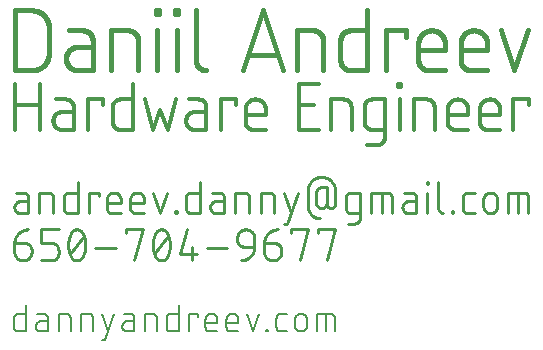
<source format=gto>
G75*
%MOIN*%
%OFA0B0*%
%FSLAX25Y25*%
%IPPOS*%
%LPD*%
%AMOC8*
5,1,8,0,0,1.08239X$1,22.5*
%
%ADD10C,0.01700*%
%ADD11C,0.01300*%
%ADD12C,0.00800*%
%ADD13C,0.00900*%
D10*
X0026259Y0160118D02*
X0031802Y0160118D01*
X0026259Y0160118D02*
X0026259Y0180071D01*
X0031802Y0180071D01*
X0031802Y0180072D02*
X0031950Y0180070D01*
X0032097Y0180064D01*
X0032244Y0180054D01*
X0032391Y0180041D01*
X0032538Y0180023D01*
X0032684Y0180001D01*
X0032829Y0179976D01*
X0032974Y0179947D01*
X0033118Y0179914D01*
X0033260Y0179877D01*
X0033402Y0179836D01*
X0033543Y0179792D01*
X0033682Y0179743D01*
X0033821Y0179691D01*
X0033957Y0179636D01*
X0034092Y0179577D01*
X0034226Y0179514D01*
X0034358Y0179448D01*
X0034488Y0179378D01*
X0034616Y0179305D01*
X0034742Y0179228D01*
X0034866Y0179148D01*
X0034988Y0179065D01*
X0035108Y0178978D01*
X0035225Y0178889D01*
X0035340Y0178796D01*
X0035452Y0178700D01*
X0035562Y0178602D01*
X0035669Y0178500D01*
X0035773Y0178396D01*
X0035875Y0178289D01*
X0035973Y0178179D01*
X0036069Y0178067D01*
X0036162Y0177952D01*
X0036251Y0177835D01*
X0036338Y0177715D01*
X0036421Y0177593D01*
X0036501Y0177469D01*
X0036578Y0177343D01*
X0036651Y0177215D01*
X0036721Y0177085D01*
X0036787Y0176953D01*
X0036850Y0176819D01*
X0036909Y0176684D01*
X0036964Y0176548D01*
X0037016Y0176409D01*
X0037065Y0176270D01*
X0037109Y0176129D01*
X0037150Y0175987D01*
X0037187Y0175845D01*
X0037220Y0175701D01*
X0037249Y0175556D01*
X0037274Y0175411D01*
X0037296Y0175265D01*
X0037314Y0175118D01*
X0037327Y0174971D01*
X0037337Y0174824D01*
X0037343Y0174677D01*
X0037345Y0174529D01*
X0037345Y0165660D01*
X0037343Y0165512D01*
X0037337Y0165365D01*
X0037327Y0165218D01*
X0037314Y0165071D01*
X0037296Y0164924D01*
X0037274Y0164778D01*
X0037249Y0164633D01*
X0037220Y0164488D01*
X0037187Y0164344D01*
X0037150Y0164202D01*
X0037109Y0164060D01*
X0037065Y0163919D01*
X0037016Y0163780D01*
X0036964Y0163641D01*
X0036909Y0163505D01*
X0036850Y0163370D01*
X0036787Y0163236D01*
X0036721Y0163104D01*
X0036651Y0162974D01*
X0036578Y0162846D01*
X0036501Y0162720D01*
X0036421Y0162596D01*
X0036338Y0162474D01*
X0036251Y0162354D01*
X0036162Y0162237D01*
X0036069Y0162122D01*
X0035973Y0162010D01*
X0035875Y0161900D01*
X0035773Y0161793D01*
X0035669Y0161689D01*
X0035562Y0161587D01*
X0035452Y0161489D01*
X0035340Y0161393D01*
X0035225Y0161300D01*
X0035108Y0161211D01*
X0034988Y0161124D01*
X0034866Y0161041D01*
X0034742Y0160961D01*
X0034616Y0160884D01*
X0034488Y0160811D01*
X0034358Y0160741D01*
X0034226Y0160675D01*
X0034092Y0160612D01*
X0033957Y0160553D01*
X0033821Y0160498D01*
X0033682Y0160446D01*
X0033543Y0160397D01*
X0033402Y0160353D01*
X0033260Y0160312D01*
X0033118Y0160275D01*
X0032974Y0160242D01*
X0032829Y0160213D01*
X0032684Y0160188D01*
X0032538Y0160166D01*
X0032391Y0160148D01*
X0032244Y0160135D01*
X0032097Y0160125D01*
X0031950Y0160119D01*
X0031802Y0160117D01*
X0046961Y0160118D02*
X0051950Y0160118D01*
X0051950Y0170094D01*
X0051950Y0167877D02*
X0046961Y0167877D01*
X0051950Y0170094D02*
X0051948Y0170208D01*
X0051942Y0170321D01*
X0051933Y0170434D01*
X0051919Y0170547D01*
X0051902Y0170659D01*
X0051880Y0170771D01*
X0051855Y0170881D01*
X0051827Y0170991D01*
X0051794Y0171100D01*
X0051758Y0171208D01*
X0051718Y0171314D01*
X0051675Y0171419D01*
X0051628Y0171522D01*
X0051577Y0171624D01*
X0051523Y0171724D01*
X0051466Y0171822D01*
X0051405Y0171918D01*
X0051341Y0172012D01*
X0051274Y0172104D01*
X0051204Y0172193D01*
X0051131Y0172280D01*
X0051055Y0172364D01*
X0050976Y0172446D01*
X0050894Y0172525D01*
X0050810Y0172601D01*
X0050723Y0172674D01*
X0050634Y0172744D01*
X0050542Y0172811D01*
X0050448Y0172875D01*
X0050352Y0172936D01*
X0050254Y0172993D01*
X0050154Y0173047D01*
X0050052Y0173098D01*
X0049949Y0173145D01*
X0049844Y0173188D01*
X0049738Y0173228D01*
X0049630Y0173264D01*
X0049521Y0173297D01*
X0049411Y0173325D01*
X0049301Y0173350D01*
X0049189Y0173372D01*
X0049077Y0173389D01*
X0048964Y0173403D01*
X0048851Y0173412D01*
X0048738Y0173418D01*
X0048624Y0173420D01*
X0044190Y0173420D01*
X0058224Y0173420D02*
X0063767Y0173420D01*
X0063881Y0173418D01*
X0063994Y0173412D01*
X0064107Y0173403D01*
X0064220Y0173389D01*
X0064332Y0173372D01*
X0064444Y0173350D01*
X0064554Y0173325D01*
X0064664Y0173297D01*
X0064773Y0173264D01*
X0064881Y0173228D01*
X0064987Y0173188D01*
X0065092Y0173145D01*
X0065195Y0173098D01*
X0065297Y0173047D01*
X0065397Y0172993D01*
X0065495Y0172936D01*
X0065591Y0172875D01*
X0065685Y0172811D01*
X0065777Y0172744D01*
X0065866Y0172674D01*
X0065953Y0172601D01*
X0066037Y0172525D01*
X0066119Y0172446D01*
X0066198Y0172364D01*
X0066274Y0172280D01*
X0066347Y0172193D01*
X0066417Y0172104D01*
X0066484Y0172012D01*
X0066548Y0171918D01*
X0066609Y0171822D01*
X0066666Y0171724D01*
X0066720Y0171624D01*
X0066771Y0171522D01*
X0066818Y0171419D01*
X0066861Y0171314D01*
X0066901Y0171208D01*
X0066937Y0171100D01*
X0066970Y0170991D01*
X0066998Y0170881D01*
X0067023Y0170771D01*
X0067045Y0170659D01*
X0067062Y0170547D01*
X0067076Y0170434D01*
X0067085Y0170321D01*
X0067091Y0170208D01*
X0067093Y0170094D01*
X0067092Y0170094D02*
X0067092Y0160118D01*
X0073485Y0160118D02*
X0073485Y0173420D01*
X0074039Y0178963D02*
X0072931Y0178963D01*
X0072931Y0180071D01*
X0074039Y0180071D01*
X0074039Y0178963D01*
X0079427Y0178963D02*
X0079427Y0180071D01*
X0080535Y0180071D01*
X0080535Y0178963D01*
X0079427Y0178963D01*
X0079981Y0173420D02*
X0079981Y0160118D01*
X0086426Y0163443D02*
X0086426Y0180071D01*
X0108672Y0180071D02*
X0115323Y0160118D01*
X0119937Y0160118D02*
X0119937Y0173420D01*
X0125479Y0173420D01*
X0125593Y0173418D01*
X0125706Y0173412D01*
X0125819Y0173403D01*
X0125932Y0173389D01*
X0126044Y0173372D01*
X0126156Y0173350D01*
X0126266Y0173325D01*
X0126376Y0173297D01*
X0126485Y0173264D01*
X0126593Y0173228D01*
X0126699Y0173188D01*
X0126804Y0173145D01*
X0126907Y0173098D01*
X0127009Y0173047D01*
X0127109Y0172993D01*
X0127207Y0172936D01*
X0127303Y0172875D01*
X0127397Y0172811D01*
X0127489Y0172744D01*
X0127578Y0172674D01*
X0127665Y0172601D01*
X0127749Y0172525D01*
X0127831Y0172446D01*
X0127910Y0172364D01*
X0127986Y0172280D01*
X0128059Y0172193D01*
X0128129Y0172104D01*
X0128196Y0172012D01*
X0128260Y0171918D01*
X0128321Y0171822D01*
X0128378Y0171724D01*
X0128432Y0171624D01*
X0128483Y0171522D01*
X0128530Y0171419D01*
X0128573Y0171314D01*
X0128613Y0171208D01*
X0128649Y0171100D01*
X0128682Y0170991D01*
X0128710Y0170881D01*
X0128735Y0170771D01*
X0128757Y0170659D01*
X0128774Y0170547D01*
X0128788Y0170434D01*
X0128797Y0170321D01*
X0128803Y0170208D01*
X0128805Y0170094D01*
X0128805Y0160118D01*
X0134568Y0163443D02*
X0134568Y0170094D01*
X0134567Y0170094D02*
X0134569Y0170208D01*
X0134575Y0170321D01*
X0134584Y0170434D01*
X0134598Y0170547D01*
X0134615Y0170659D01*
X0134637Y0170771D01*
X0134662Y0170881D01*
X0134690Y0170991D01*
X0134723Y0171100D01*
X0134759Y0171208D01*
X0134799Y0171314D01*
X0134842Y0171419D01*
X0134889Y0171522D01*
X0134940Y0171624D01*
X0134994Y0171724D01*
X0135051Y0171822D01*
X0135112Y0171918D01*
X0135176Y0172012D01*
X0135243Y0172104D01*
X0135313Y0172193D01*
X0135386Y0172280D01*
X0135462Y0172364D01*
X0135541Y0172446D01*
X0135623Y0172525D01*
X0135707Y0172601D01*
X0135794Y0172674D01*
X0135883Y0172744D01*
X0135975Y0172811D01*
X0136069Y0172875D01*
X0136165Y0172936D01*
X0136263Y0172993D01*
X0136363Y0173047D01*
X0136465Y0173098D01*
X0136568Y0173145D01*
X0136673Y0173188D01*
X0136779Y0173228D01*
X0136887Y0173264D01*
X0136996Y0173297D01*
X0137106Y0173325D01*
X0137216Y0173350D01*
X0137328Y0173372D01*
X0137440Y0173389D01*
X0137553Y0173403D01*
X0137666Y0173412D01*
X0137779Y0173418D01*
X0137893Y0173420D01*
X0143436Y0173420D01*
X0149690Y0173420D02*
X0156341Y0173420D01*
X0156341Y0171203D01*
X0160537Y0168986D02*
X0160537Y0163443D01*
X0160539Y0163329D01*
X0160545Y0163216D01*
X0160554Y0163103D01*
X0160568Y0162990D01*
X0160585Y0162878D01*
X0160607Y0162766D01*
X0160632Y0162656D01*
X0160660Y0162546D01*
X0160693Y0162437D01*
X0160729Y0162329D01*
X0160769Y0162223D01*
X0160812Y0162118D01*
X0160859Y0162015D01*
X0160910Y0161913D01*
X0160964Y0161813D01*
X0161021Y0161715D01*
X0161082Y0161619D01*
X0161146Y0161525D01*
X0161213Y0161433D01*
X0161283Y0161344D01*
X0161356Y0161257D01*
X0161432Y0161173D01*
X0161511Y0161091D01*
X0161593Y0161012D01*
X0161677Y0160936D01*
X0161764Y0160863D01*
X0161853Y0160793D01*
X0161945Y0160726D01*
X0162039Y0160662D01*
X0162135Y0160601D01*
X0162233Y0160544D01*
X0162333Y0160490D01*
X0162435Y0160439D01*
X0162538Y0160392D01*
X0162643Y0160349D01*
X0162749Y0160309D01*
X0162857Y0160273D01*
X0162966Y0160240D01*
X0163076Y0160212D01*
X0163186Y0160187D01*
X0163298Y0160165D01*
X0163410Y0160148D01*
X0163523Y0160134D01*
X0163636Y0160125D01*
X0163749Y0160119D01*
X0163863Y0160117D01*
X0163863Y0160118D02*
X0169405Y0160118D01*
X0174612Y0163443D02*
X0174612Y0168986D01*
X0174612Y0166769D02*
X0183480Y0166769D01*
X0183480Y0168986D01*
X0183478Y0169117D01*
X0183472Y0169249D01*
X0183462Y0169380D01*
X0183449Y0169510D01*
X0183431Y0169641D01*
X0183410Y0169770D01*
X0183385Y0169899D01*
X0183356Y0170027D01*
X0183323Y0170155D01*
X0183287Y0170281D01*
X0183246Y0170406D01*
X0183203Y0170530D01*
X0183155Y0170652D01*
X0183104Y0170773D01*
X0183049Y0170893D01*
X0182991Y0171011D01*
X0182929Y0171127D01*
X0182864Y0171241D01*
X0182795Y0171353D01*
X0182724Y0171463D01*
X0182649Y0171571D01*
X0182570Y0171677D01*
X0182489Y0171780D01*
X0182405Y0171881D01*
X0182318Y0171979D01*
X0182227Y0172075D01*
X0182135Y0172167D01*
X0182039Y0172258D01*
X0181941Y0172345D01*
X0181840Y0172429D01*
X0181737Y0172510D01*
X0181631Y0172589D01*
X0181523Y0172664D01*
X0181413Y0172735D01*
X0181301Y0172804D01*
X0181187Y0172869D01*
X0181071Y0172931D01*
X0180953Y0172989D01*
X0180833Y0173044D01*
X0180712Y0173095D01*
X0180590Y0173143D01*
X0180466Y0173186D01*
X0180341Y0173227D01*
X0180215Y0173263D01*
X0180087Y0173296D01*
X0179959Y0173325D01*
X0179830Y0173350D01*
X0179701Y0173371D01*
X0179570Y0173389D01*
X0179440Y0173402D01*
X0179309Y0173412D01*
X0179177Y0173418D01*
X0179046Y0173420D01*
X0178915Y0173418D01*
X0178783Y0173412D01*
X0178652Y0173402D01*
X0178522Y0173389D01*
X0178391Y0173371D01*
X0178262Y0173350D01*
X0178133Y0173325D01*
X0178005Y0173296D01*
X0177877Y0173263D01*
X0177751Y0173227D01*
X0177626Y0173186D01*
X0177502Y0173143D01*
X0177380Y0173095D01*
X0177259Y0173044D01*
X0177139Y0172989D01*
X0177021Y0172931D01*
X0176905Y0172869D01*
X0176791Y0172804D01*
X0176679Y0172735D01*
X0176569Y0172664D01*
X0176461Y0172589D01*
X0176355Y0172510D01*
X0176252Y0172429D01*
X0176151Y0172345D01*
X0176053Y0172258D01*
X0175957Y0172167D01*
X0175865Y0172075D01*
X0175774Y0171979D01*
X0175687Y0171881D01*
X0175603Y0171780D01*
X0175522Y0171677D01*
X0175443Y0171571D01*
X0175368Y0171463D01*
X0175297Y0171353D01*
X0175228Y0171241D01*
X0175163Y0171127D01*
X0175101Y0171011D01*
X0175043Y0170893D01*
X0174988Y0170773D01*
X0174937Y0170652D01*
X0174889Y0170530D01*
X0174846Y0170406D01*
X0174805Y0170281D01*
X0174769Y0170155D01*
X0174736Y0170027D01*
X0174707Y0169899D01*
X0174682Y0169770D01*
X0174661Y0169641D01*
X0174643Y0169510D01*
X0174630Y0169380D01*
X0174620Y0169249D01*
X0174614Y0169117D01*
X0174612Y0168986D01*
X0169405Y0168986D02*
X0169405Y0166769D01*
X0160537Y0166769D01*
X0160537Y0168986D02*
X0160539Y0169117D01*
X0160545Y0169249D01*
X0160555Y0169380D01*
X0160568Y0169510D01*
X0160586Y0169641D01*
X0160607Y0169770D01*
X0160632Y0169899D01*
X0160661Y0170027D01*
X0160694Y0170155D01*
X0160730Y0170281D01*
X0160771Y0170406D01*
X0160814Y0170530D01*
X0160862Y0170652D01*
X0160913Y0170773D01*
X0160968Y0170893D01*
X0161026Y0171011D01*
X0161088Y0171127D01*
X0161153Y0171241D01*
X0161222Y0171353D01*
X0161293Y0171463D01*
X0161368Y0171571D01*
X0161447Y0171677D01*
X0161528Y0171780D01*
X0161612Y0171881D01*
X0161699Y0171979D01*
X0161790Y0172075D01*
X0161882Y0172167D01*
X0161978Y0172258D01*
X0162076Y0172345D01*
X0162177Y0172429D01*
X0162280Y0172510D01*
X0162386Y0172589D01*
X0162494Y0172664D01*
X0162604Y0172735D01*
X0162716Y0172804D01*
X0162830Y0172869D01*
X0162946Y0172931D01*
X0163064Y0172989D01*
X0163184Y0173044D01*
X0163305Y0173095D01*
X0163427Y0173143D01*
X0163551Y0173186D01*
X0163676Y0173227D01*
X0163802Y0173263D01*
X0163930Y0173296D01*
X0164058Y0173325D01*
X0164187Y0173350D01*
X0164316Y0173371D01*
X0164447Y0173389D01*
X0164577Y0173402D01*
X0164708Y0173412D01*
X0164840Y0173418D01*
X0164971Y0173420D01*
X0165102Y0173418D01*
X0165234Y0173412D01*
X0165365Y0173402D01*
X0165495Y0173389D01*
X0165626Y0173371D01*
X0165755Y0173350D01*
X0165884Y0173325D01*
X0166012Y0173296D01*
X0166140Y0173263D01*
X0166266Y0173227D01*
X0166391Y0173186D01*
X0166515Y0173143D01*
X0166637Y0173095D01*
X0166758Y0173044D01*
X0166878Y0172989D01*
X0166996Y0172931D01*
X0167112Y0172869D01*
X0167226Y0172804D01*
X0167338Y0172735D01*
X0167448Y0172664D01*
X0167556Y0172589D01*
X0167662Y0172510D01*
X0167765Y0172429D01*
X0167866Y0172345D01*
X0167964Y0172258D01*
X0168060Y0172167D01*
X0168152Y0172075D01*
X0168243Y0171979D01*
X0168330Y0171881D01*
X0168414Y0171780D01*
X0168495Y0171677D01*
X0168574Y0171571D01*
X0168649Y0171463D01*
X0168720Y0171353D01*
X0168789Y0171241D01*
X0168854Y0171127D01*
X0168916Y0171011D01*
X0168974Y0170893D01*
X0169029Y0170773D01*
X0169080Y0170652D01*
X0169128Y0170530D01*
X0169171Y0170406D01*
X0169212Y0170281D01*
X0169248Y0170155D01*
X0169281Y0170027D01*
X0169310Y0169899D01*
X0169335Y0169770D01*
X0169356Y0169641D01*
X0169374Y0169510D01*
X0169387Y0169380D01*
X0169397Y0169249D01*
X0169403Y0169117D01*
X0169405Y0168986D01*
X0174612Y0163443D02*
X0174614Y0163329D01*
X0174620Y0163216D01*
X0174629Y0163103D01*
X0174643Y0162990D01*
X0174660Y0162878D01*
X0174682Y0162766D01*
X0174707Y0162656D01*
X0174735Y0162546D01*
X0174768Y0162437D01*
X0174804Y0162329D01*
X0174844Y0162223D01*
X0174887Y0162118D01*
X0174934Y0162015D01*
X0174985Y0161913D01*
X0175039Y0161813D01*
X0175096Y0161715D01*
X0175157Y0161619D01*
X0175221Y0161525D01*
X0175288Y0161433D01*
X0175358Y0161344D01*
X0175431Y0161257D01*
X0175507Y0161173D01*
X0175586Y0161091D01*
X0175668Y0161012D01*
X0175752Y0160936D01*
X0175839Y0160863D01*
X0175928Y0160793D01*
X0176020Y0160726D01*
X0176114Y0160662D01*
X0176210Y0160601D01*
X0176308Y0160544D01*
X0176408Y0160490D01*
X0176510Y0160439D01*
X0176613Y0160392D01*
X0176718Y0160349D01*
X0176824Y0160309D01*
X0176932Y0160273D01*
X0177041Y0160240D01*
X0177151Y0160212D01*
X0177261Y0160187D01*
X0177373Y0160165D01*
X0177485Y0160148D01*
X0177598Y0160134D01*
X0177711Y0160125D01*
X0177824Y0160119D01*
X0177938Y0160117D01*
X0177938Y0160118D02*
X0183480Y0160118D01*
X0192580Y0160118D02*
X0197014Y0173420D01*
X0188145Y0173420D02*
X0192580Y0160118D01*
X0149690Y0160118D02*
X0149690Y0173420D01*
X0143436Y0180071D02*
X0143436Y0160118D01*
X0137893Y0160118D01*
X0137893Y0160117D02*
X0137779Y0160119D01*
X0137666Y0160125D01*
X0137553Y0160134D01*
X0137440Y0160148D01*
X0137328Y0160165D01*
X0137216Y0160187D01*
X0137106Y0160212D01*
X0136996Y0160240D01*
X0136887Y0160273D01*
X0136779Y0160309D01*
X0136673Y0160349D01*
X0136568Y0160392D01*
X0136465Y0160439D01*
X0136363Y0160490D01*
X0136263Y0160544D01*
X0136165Y0160601D01*
X0136069Y0160662D01*
X0135975Y0160726D01*
X0135883Y0160793D01*
X0135794Y0160863D01*
X0135707Y0160936D01*
X0135623Y0161012D01*
X0135541Y0161091D01*
X0135462Y0161173D01*
X0135386Y0161257D01*
X0135313Y0161344D01*
X0135243Y0161433D01*
X0135176Y0161525D01*
X0135112Y0161619D01*
X0135051Y0161715D01*
X0134994Y0161813D01*
X0134940Y0161913D01*
X0134889Y0162015D01*
X0134842Y0162118D01*
X0134799Y0162223D01*
X0134759Y0162329D01*
X0134723Y0162437D01*
X0134690Y0162546D01*
X0134662Y0162656D01*
X0134637Y0162766D01*
X0134615Y0162878D01*
X0134598Y0162990D01*
X0134584Y0163103D01*
X0134575Y0163216D01*
X0134569Y0163329D01*
X0134567Y0163443D01*
X0113661Y0165106D02*
X0103684Y0165106D01*
X0102021Y0160118D02*
X0108672Y0180071D01*
X0089751Y0160117D02*
X0089637Y0160119D01*
X0089524Y0160125D01*
X0089411Y0160134D01*
X0089298Y0160148D01*
X0089186Y0160165D01*
X0089074Y0160187D01*
X0088964Y0160212D01*
X0088854Y0160240D01*
X0088745Y0160273D01*
X0088637Y0160309D01*
X0088531Y0160349D01*
X0088426Y0160392D01*
X0088323Y0160439D01*
X0088221Y0160490D01*
X0088121Y0160544D01*
X0088023Y0160601D01*
X0087927Y0160662D01*
X0087833Y0160726D01*
X0087741Y0160793D01*
X0087652Y0160863D01*
X0087565Y0160936D01*
X0087481Y0161012D01*
X0087399Y0161091D01*
X0087320Y0161173D01*
X0087244Y0161257D01*
X0087171Y0161344D01*
X0087101Y0161433D01*
X0087034Y0161525D01*
X0086970Y0161619D01*
X0086909Y0161715D01*
X0086852Y0161813D01*
X0086798Y0161913D01*
X0086747Y0162015D01*
X0086700Y0162118D01*
X0086657Y0162223D01*
X0086617Y0162329D01*
X0086581Y0162437D01*
X0086548Y0162546D01*
X0086520Y0162656D01*
X0086495Y0162766D01*
X0086473Y0162878D01*
X0086456Y0162990D01*
X0086442Y0163103D01*
X0086433Y0163216D01*
X0086427Y0163329D01*
X0086425Y0163443D01*
X0058224Y0160118D02*
X0058224Y0173420D01*
X0046961Y0167878D02*
X0046838Y0167876D01*
X0046715Y0167870D01*
X0046592Y0167860D01*
X0046470Y0167847D01*
X0046348Y0167829D01*
X0046227Y0167808D01*
X0046106Y0167783D01*
X0045987Y0167754D01*
X0045868Y0167721D01*
X0045750Y0167684D01*
X0045634Y0167644D01*
X0045519Y0167600D01*
X0045405Y0167553D01*
X0045293Y0167501D01*
X0045183Y0167447D01*
X0045075Y0167389D01*
X0044968Y0167327D01*
X0044863Y0167262D01*
X0044761Y0167194D01*
X0044661Y0167122D01*
X0044563Y0167048D01*
X0044467Y0166970D01*
X0044374Y0166890D01*
X0044283Y0166806D01*
X0044196Y0166720D01*
X0044111Y0166631D01*
X0044029Y0166539D01*
X0043950Y0166445D01*
X0043873Y0166348D01*
X0043800Y0166249D01*
X0043731Y0166147D01*
X0043664Y0166044D01*
X0043601Y0165938D01*
X0043541Y0165830D01*
X0043485Y0165721D01*
X0043432Y0165610D01*
X0043382Y0165497D01*
X0043337Y0165383D01*
X0043294Y0165267D01*
X0043256Y0165150D01*
X0043221Y0165032D01*
X0043190Y0164913D01*
X0043163Y0164793D01*
X0043140Y0164672D01*
X0043120Y0164550D01*
X0043105Y0164428D01*
X0043093Y0164305D01*
X0043085Y0164183D01*
X0043081Y0164060D01*
X0043081Y0163936D01*
X0043085Y0163813D01*
X0043093Y0163691D01*
X0043105Y0163568D01*
X0043120Y0163446D01*
X0043140Y0163324D01*
X0043163Y0163203D01*
X0043190Y0163083D01*
X0043221Y0162964D01*
X0043256Y0162846D01*
X0043294Y0162729D01*
X0043337Y0162613D01*
X0043382Y0162499D01*
X0043432Y0162386D01*
X0043485Y0162275D01*
X0043541Y0162166D01*
X0043601Y0162058D01*
X0043664Y0161952D01*
X0043731Y0161849D01*
X0043800Y0161747D01*
X0043873Y0161648D01*
X0043950Y0161551D01*
X0044029Y0161457D01*
X0044111Y0161365D01*
X0044196Y0161276D01*
X0044283Y0161190D01*
X0044374Y0161106D01*
X0044467Y0161026D01*
X0044563Y0160948D01*
X0044661Y0160874D01*
X0044761Y0160802D01*
X0044863Y0160734D01*
X0044968Y0160669D01*
X0045075Y0160607D01*
X0045183Y0160549D01*
X0045293Y0160495D01*
X0045405Y0160443D01*
X0045519Y0160396D01*
X0045634Y0160352D01*
X0045750Y0160312D01*
X0045868Y0160275D01*
X0045987Y0160242D01*
X0046106Y0160213D01*
X0046227Y0160188D01*
X0046348Y0160167D01*
X0046470Y0160149D01*
X0046592Y0160136D01*
X0046715Y0160126D01*
X0046838Y0160120D01*
X0046961Y0160118D01*
D11*
X0050453Y0150390D02*
X0055532Y0150390D01*
X0055532Y0148697D01*
X0058748Y0147850D02*
X0058748Y0142772D01*
X0058750Y0142672D01*
X0058756Y0142573D01*
X0058766Y0142474D01*
X0058779Y0142375D01*
X0058797Y0142277D01*
X0058818Y0142179D01*
X0058843Y0142083D01*
X0058872Y0141987D01*
X0058905Y0141893D01*
X0058941Y0141800D01*
X0058981Y0141709D01*
X0059025Y0141619D01*
X0059072Y0141531D01*
X0059122Y0141445D01*
X0059176Y0141361D01*
X0059233Y0141280D01*
X0059293Y0141200D01*
X0059356Y0141123D01*
X0059423Y0141049D01*
X0059492Y0140977D01*
X0059564Y0140908D01*
X0059638Y0140841D01*
X0059715Y0140778D01*
X0059795Y0140718D01*
X0059876Y0140661D01*
X0059960Y0140607D01*
X0060046Y0140557D01*
X0060134Y0140510D01*
X0060224Y0140466D01*
X0060315Y0140426D01*
X0060408Y0140390D01*
X0060502Y0140357D01*
X0060598Y0140328D01*
X0060694Y0140303D01*
X0060792Y0140282D01*
X0060890Y0140264D01*
X0060989Y0140251D01*
X0061088Y0140241D01*
X0061187Y0140235D01*
X0061287Y0140233D01*
X0065519Y0140233D01*
X0065519Y0155468D01*
X0065519Y0150390D02*
X0061287Y0150390D01*
X0061287Y0150389D02*
X0061187Y0150387D01*
X0061088Y0150381D01*
X0060989Y0150371D01*
X0060890Y0150358D01*
X0060792Y0150340D01*
X0060694Y0150319D01*
X0060598Y0150294D01*
X0060502Y0150265D01*
X0060408Y0150232D01*
X0060315Y0150196D01*
X0060224Y0150156D01*
X0060134Y0150112D01*
X0060046Y0150065D01*
X0059960Y0150015D01*
X0059876Y0149961D01*
X0059795Y0149904D01*
X0059715Y0149844D01*
X0059638Y0149781D01*
X0059564Y0149714D01*
X0059492Y0149645D01*
X0059423Y0149573D01*
X0059356Y0149499D01*
X0059293Y0149422D01*
X0059233Y0149342D01*
X0059176Y0149261D01*
X0059122Y0149177D01*
X0059072Y0149091D01*
X0059025Y0149003D01*
X0058981Y0148913D01*
X0058941Y0148822D01*
X0058905Y0148729D01*
X0058872Y0148635D01*
X0058843Y0148539D01*
X0058818Y0148443D01*
X0058797Y0148345D01*
X0058779Y0148247D01*
X0058766Y0148148D01*
X0058756Y0148049D01*
X0058750Y0147950D01*
X0058748Y0147850D01*
X0050453Y0150390D02*
X0050453Y0140233D01*
X0045677Y0140233D02*
X0045677Y0147850D01*
X0045677Y0146158D02*
X0041868Y0146158D01*
X0045676Y0147850D02*
X0045674Y0147950D01*
X0045668Y0148049D01*
X0045658Y0148148D01*
X0045645Y0148247D01*
X0045627Y0148345D01*
X0045606Y0148443D01*
X0045581Y0148539D01*
X0045552Y0148635D01*
X0045519Y0148729D01*
X0045483Y0148822D01*
X0045443Y0148913D01*
X0045399Y0149003D01*
X0045352Y0149091D01*
X0045302Y0149177D01*
X0045248Y0149261D01*
X0045191Y0149342D01*
X0045131Y0149422D01*
X0045068Y0149499D01*
X0045001Y0149573D01*
X0044932Y0149645D01*
X0044860Y0149714D01*
X0044786Y0149781D01*
X0044709Y0149844D01*
X0044629Y0149904D01*
X0044548Y0149961D01*
X0044464Y0150015D01*
X0044378Y0150065D01*
X0044290Y0150112D01*
X0044200Y0150156D01*
X0044109Y0150196D01*
X0044016Y0150232D01*
X0043922Y0150265D01*
X0043826Y0150294D01*
X0043730Y0150319D01*
X0043632Y0150340D01*
X0043534Y0150358D01*
X0043435Y0150371D01*
X0043336Y0150381D01*
X0043237Y0150387D01*
X0043137Y0150389D01*
X0043137Y0150390D02*
X0039752Y0150390D01*
X0034524Y0148697D02*
X0026059Y0148697D01*
X0026059Y0155468D02*
X0026059Y0140233D01*
X0034524Y0140233D02*
X0034524Y0155468D01*
X0041868Y0146157D02*
X0041760Y0146155D01*
X0041652Y0146149D01*
X0041544Y0146139D01*
X0041437Y0146125D01*
X0041330Y0146108D01*
X0041224Y0146086D01*
X0041119Y0146061D01*
X0041015Y0146031D01*
X0040912Y0145998D01*
X0040810Y0145962D01*
X0040710Y0145921D01*
X0040611Y0145877D01*
X0040514Y0145829D01*
X0040418Y0145778D01*
X0040325Y0145723D01*
X0040234Y0145665D01*
X0040145Y0145604D01*
X0040058Y0145539D01*
X0039973Y0145472D01*
X0039891Y0145401D01*
X0039812Y0145327D01*
X0039736Y0145251D01*
X0039662Y0145172D01*
X0039591Y0145090D01*
X0039524Y0145005D01*
X0039459Y0144918D01*
X0039398Y0144829D01*
X0039340Y0144738D01*
X0039285Y0144645D01*
X0039234Y0144549D01*
X0039186Y0144452D01*
X0039142Y0144353D01*
X0039101Y0144253D01*
X0039065Y0144151D01*
X0039032Y0144048D01*
X0039002Y0143944D01*
X0038977Y0143839D01*
X0038955Y0143733D01*
X0038938Y0143626D01*
X0038924Y0143519D01*
X0038914Y0143411D01*
X0038908Y0143303D01*
X0038906Y0143195D01*
X0038908Y0143087D01*
X0038914Y0142979D01*
X0038924Y0142871D01*
X0038938Y0142764D01*
X0038955Y0142657D01*
X0038977Y0142551D01*
X0039002Y0142446D01*
X0039032Y0142342D01*
X0039065Y0142239D01*
X0039101Y0142137D01*
X0039142Y0142037D01*
X0039186Y0141938D01*
X0039234Y0141841D01*
X0039285Y0141745D01*
X0039340Y0141652D01*
X0039398Y0141561D01*
X0039459Y0141472D01*
X0039524Y0141385D01*
X0039591Y0141300D01*
X0039662Y0141218D01*
X0039736Y0141139D01*
X0039812Y0141063D01*
X0039891Y0140989D01*
X0039973Y0140918D01*
X0040058Y0140851D01*
X0040145Y0140786D01*
X0040234Y0140725D01*
X0040325Y0140667D01*
X0040418Y0140612D01*
X0040514Y0140561D01*
X0040611Y0140513D01*
X0040710Y0140469D01*
X0040810Y0140428D01*
X0040912Y0140392D01*
X0041015Y0140359D01*
X0041119Y0140329D01*
X0041224Y0140304D01*
X0041330Y0140282D01*
X0041437Y0140265D01*
X0041544Y0140251D01*
X0041652Y0140241D01*
X0041760Y0140235D01*
X0041868Y0140233D01*
X0045677Y0140233D01*
X0069445Y0150390D02*
X0071985Y0140233D01*
X0074524Y0147004D01*
X0077063Y0140233D01*
X0079602Y0150390D01*
X0083984Y0150390D02*
X0087370Y0150390D01*
X0087370Y0150389D02*
X0087470Y0150387D01*
X0087569Y0150381D01*
X0087668Y0150371D01*
X0087767Y0150358D01*
X0087865Y0150340D01*
X0087963Y0150319D01*
X0088059Y0150294D01*
X0088155Y0150265D01*
X0088249Y0150232D01*
X0088342Y0150196D01*
X0088433Y0150156D01*
X0088523Y0150112D01*
X0088611Y0150065D01*
X0088697Y0150015D01*
X0088781Y0149961D01*
X0088862Y0149904D01*
X0088942Y0149844D01*
X0089019Y0149781D01*
X0089093Y0149714D01*
X0089165Y0149645D01*
X0089234Y0149573D01*
X0089301Y0149499D01*
X0089364Y0149422D01*
X0089424Y0149342D01*
X0089481Y0149261D01*
X0089535Y0149177D01*
X0089585Y0149091D01*
X0089632Y0149003D01*
X0089676Y0148913D01*
X0089716Y0148822D01*
X0089752Y0148729D01*
X0089785Y0148635D01*
X0089814Y0148539D01*
X0089839Y0148443D01*
X0089860Y0148345D01*
X0089878Y0148247D01*
X0089891Y0148148D01*
X0089901Y0148049D01*
X0089907Y0147950D01*
X0089909Y0147850D01*
X0089909Y0140233D01*
X0086100Y0140233D01*
X0085992Y0140235D01*
X0085884Y0140241D01*
X0085776Y0140251D01*
X0085669Y0140265D01*
X0085562Y0140282D01*
X0085456Y0140304D01*
X0085351Y0140329D01*
X0085247Y0140359D01*
X0085144Y0140392D01*
X0085042Y0140428D01*
X0084942Y0140469D01*
X0084843Y0140513D01*
X0084746Y0140561D01*
X0084650Y0140612D01*
X0084557Y0140667D01*
X0084466Y0140725D01*
X0084377Y0140786D01*
X0084290Y0140851D01*
X0084205Y0140918D01*
X0084123Y0140989D01*
X0084044Y0141063D01*
X0083968Y0141139D01*
X0083894Y0141218D01*
X0083823Y0141300D01*
X0083756Y0141385D01*
X0083691Y0141472D01*
X0083630Y0141561D01*
X0083572Y0141652D01*
X0083517Y0141745D01*
X0083466Y0141841D01*
X0083418Y0141938D01*
X0083374Y0142037D01*
X0083333Y0142137D01*
X0083297Y0142239D01*
X0083264Y0142342D01*
X0083234Y0142446D01*
X0083209Y0142551D01*
X0083187Y0142657D01*
X0083170Y0142764D01*
X0083156Y0142871D01*
X0083146Y0142979D01*
X0083140Y0143087D01*
X0083138Y0143195D01*
X0083140Y0143303D01*
X0083146Y0143411D01*
X0083156Y0143519D01*
X0083170Y0143626D01*
X0083187Y0143733D01*
X0083209Y0143839D01*
X0083234Y0143944D01*
X0083264Y0144048D01*
X0083297Y0144151D01*
X0083333Y0144253D01*
X0083374Y0144353D01*
X0083418Y0144452D01*
X0083466Y0144549D01*
X0083517Y0144645D01*
X0083572Y0144738D01*
X0083630Y0144829D01*
X0083691Y0144918D01*
X0083756Y0145005D01*
X0083823Y0145090D01*
X0083894Y0145172D01*
X0083968Y0145251D01*
X0084044Y0145327D01*
X0084123Y0145401D01*
X0084205Y0145472D01*
X0084290Y0145539D01*
X0084377Y0145604D01*
X0084466Y0145665D01*
X0084557Y0145723D01*
X0084650Y0145778D01*
X0084746Y0145829D01*
X0084843Y0145877D01*
X0084942Y0145921D01*
X0085042Y0145962D01*
X0085144Y0145998D01*
X0085247Y0146031D01*
X0085351Y0146061D01*
X0085456Y0146086D01*
X0085562Y0146108D01*
X0085669Y0146125D01*
X0085776Y0146139D01*
X0085884Y0146149D01*
X0085992Y0146155D01*
X0086100Y0146157D01*
X0086100Y0146158D02*
X0089909Y0146158D01*
X0094685Y0150390D02*
X0099764Y0150390D01*
X0099764Y0148697D01*
X0102969Y0147004D02*
X0102969Y0142772D01*
X0102971Y0142672D01*
X0102977Y0142573D01*
X0102987Y0142474D01*
X0103000Y0142375D01*
X0103018Y0142277D01*
X0103039Y0142179D01*
X0103064Y0142083D01*
X0103093Y0141987D01*
X0103126Y0141893D01*
X0103162Y0141800D01*
X0103202Y0141709D01*
X0103246Y0141619D01*
X0103293Y0141531D01*
X0103343Y0141445D01*
X0103397Y0141361D01*
X0103454Y0141280D01*
X0103514Y0141200D01*
X0103577Y0141123D01*
X0103644Y0141049D01*
X0103713Y0140977D01*
X0103785Y0140908D01*
X0103859Y0140841D01*
X0103936Y0140778D01*
X0104016Y0140718D01*
X0104097Y0140661D01*
X0104181Y0140607D01*
X0104267Y0140557D01*
X0104355Y0140510D01*
X0104445Y0140466D01*
X0104536Y0140426D01*
X0104629Y0140390D01*
X0104723Y0140357D01*
X0104819Y0140328D01*
X0104915Y0140303D01*
X0105013Y0140282D01*
X0105111Y0140264D01*
X0105210Y0140251D01*
X0105309Y0140241D01*
X0105408Y0140235D01*
X0105508Y0140233D01*
X0109740Y0140233D01*
X0109740Y0145311D02*
X0102969Y0145311D01*
X0102968Y0147004D02*
X0102970Y0147120D01*
X0102976Y0147235D01*
X0102986Y0147350D01*
X0103000Y0147465D01*
X0103017Y0147579D01*
X0103039Y0147693D01*
X0103064Y0147806D01*
X0103094Y0147918D01*
X0103127Y0148028D01*
X0103164Y0148138D01*
X0103204Y0148246D01*
X0103248Y0148353D01*
X0103296Y0148458D01*
X0103348Y0148562D01*
X0103403Y0148664D01*
X0103461Y0148763D01*
X0103523Y0148861D01*
X0103588Y0148957D01*
X0103656Y0149050D01*
X0103727Y0149141D01*
X0103802Y0149229D01*
X0103879Y0149315D01*
X0103960Y0149398D01*
X0104043Y0149479D01*
X0104129Y0149556D01*
X0104217Y0149631D01*
X0104308Y0149702D01*
X0104401Y0149770D01*
X0104497Y0149835D01*
X0104595Y0149897D01*
X0104694Y0149955D01*
X0104796Y0150010D01*
X0104900Y0150062D01*
X0105005Y0150110D01*
X0105112Y0150154D01*
X0105220Y0150194D01*
X0105330Y0150231D01*
X0105440Y0150264D01*
X0105552Y0150294D01*
X0105665Y0150319D01*
X0105779Y0150341D01*
X0105893Y0150358D01*
X0106008Y0150372D01*
X0106123Y0150382D01*
X0106238Y0150388D01*
X0106354Y0150390D01*
X0106470Y0150388D01*
X0106585Y0150382D01*
X0106700Y0150372D01*
X0106815Y0150358D01*
X0106929Y0150341D01*
X0107043Y0150319D01*
X0107156Y0150294D01*
X0107268Y0150264D01*
X0107378Y0150231D01*
X0107488Y0150194D01*
X0107596Y0150154D01*
X0107703Y0150110D01*
X0107808Y0150062D01*
X0107912Y0150010D01*
X0108014Y0149955D01*
X0108113Y0149897D01*
X0108211Y0149835D01*
X0108307Y0149770D01*
X0108400Y0149702D01*
X0108491Y0149631D01*
X0108579Y0149556D01*
X0108665Y0149479D01*
X0108748Y0149398D01*
X0108829Y0149315D01*
X0108906Y0149229D01*
X0108981Y0149141D01*
X0109052Y0149050D01*
X0109120Y0148957D01*
X0109185Y0148861D01*
X0109247Y0148763D01*
X0109305Y0148664D01*
X0109360Y0148562D01*
X0109412Y0148458D01*
X0109460Y0148353D01*
X0109504Y0148246D01*
X0109544Y0148138D01*
X0109581Y0148028D01*
X0109614Y0147918D01*
X0109644Y0147806D01*
X0109669Y0147693D01*
X0109691Y0147579D01*
X0109708Y0147465D01*
X0109722Y0147350D01*
X0109732Y0147235D01*
X0109738Y0147120D01*
X0109740Y0147004D01*
X0109740Y0145311D01*
X0120718Y0148697D02*
X0125797Y0148697D01*
X0131492Y0150390D02*
X0135724Y0150390D01*
X0135724Y0150389D02*
X0135824Y0150387D01*
X0135923Y0150381D01*
X0136022Y0150371D01*
X0136121Y0150358D01*
X0136219Y0150340D01*
X0136317Y0150319D01*
X0136413Y0150294D01*
X0136509Y0150265D01*
X0136603Y0150232D01*
X0136696Y0150196D01*
X0136787Y0150156D01*
X0136877Y0150112D01*
X0136965Y0150065D01*
X0137051Y0150015D01*
X0137135Y0149961D01*
X0137216Y0149904D01*
X0137296Y0149844D01*
X0137373Y0149781D01*
X0137447Y0149714D01*
X0137519Y0149645D01*
X0137588Y0149573D01*
X0137655Y0149499D01*
X0137718Y0149422D01*
X0137778Y0149342D01*
X0137835Y0149261D01*
X0137889Y0149177D01*
X0137939Y0149091D01*
X0137986Y0149003D01*
X0138030Y0148913D01*
X0138070Y0148822D01*
X0138106Y0148729D01*
X0138139Y0148635D01*
X0138168Y0148539D01*
X0138193Y0148443D01*
X0138214Y0148345D01*
X0138232Y0148247D01*
X0138245Y0148148D01*
X0138255Y0148049D01*
X0138261Y0147950D01*
X0138263Y0147850D01*
X0138264Y0147850D02*
X0138264Y0140233D01*
X0142665Y0142772D02*
X0142665Y0147850D01*
X0142667Y0147950D01*
X0142673Y0148049D01*
X0142683Y0148148D01*
X0142696Y0148247D01*
X0142714Y0148345D01*
X0142735Y0148443D01*
X0142760Y0148539D01*
X0142789Y0148635D01*
X0142822Y0148729D01*
X0142858Y0148822D01*
X0142898Y0148913D01*
X0142942Y0149003D01*
X0142989Y0149091D01*
X0143039Y0149177D01*
X0143093Y0149261D01*
X0143150Y0149342D01*
X0143210Y0149422D01*
X0143273Y0149499D01*
X0143340Y0149573D01*
X0143409Y0149645D01*
X0143481Y0149714D01*
X0143555Y0149781D01*
X0143632Y0149844D01*
X0143712Y0149904D01*
X0143793Y0149961D01*
X0143877Y0150015D01*
X0143963Y0150065D01*
X0144051Y0150112D01*
X0144141Y0150156D01*
X0144232Y0150196D01*
X0144325Y0150232D01*
X0144419Y0150265D01*
X0144515Y0150294D01*
X0144611Y0150319D01*
X0144709Y0150340D01*
X0144807Y0150358D01*
X0144906Y0150371D01*
X0145005Y0150381D01*
X0145104Y0150387D01*
X0145204Y0150389D01*
X0145204Y0150390D02*
X0149436Y0150390D01*
X0149436Y0137693D01*
X0149434Y0137593D01*
X0149428Y0137494D01*
X0149418Y0137395D01*
X0149405Y0137296D01*
X0149387Y0137198D01*
X0149366Y0137100D01*
X0149341Y0137004D01*
X0149312Y0136908D01*
X0149279Y0136814D01*
X0149243Y0136721D01*
X0149203Y0136630D01*
X0149159Y0136540D01*
X0149112Y0136452D01*
X0149062Y0136366D01*
X0149008Y0136282D01*
X0148951Y0136201D01*
X0148891Y0136121D01*
X0148828Y0136044D01*
X0148761Y0135970D01*
X0148692Y0135898D01*
X0148620Y0135829D01*
X0148546Y0135762D01*
X0148469Y0135699D01*
X0148389Y0135639D01*
X0148308Y0135582D01*
X0148224Y0135528D01*
X0148138Y0135478D01*
X0148050Y0135431D01*
X0147960Y0135387D01*
X0147869Y0135347D01*
X0147776Y0135311D01*
X0147682Y0135278D01*
X0147586Y0135249D01*
X0147490Y0135224D01*
X0147392Y0135203D01*
X0147294Y0135185D01*
X0147195Y0135172D01*
X0147096Y0135162D01*
X0146997Y0135156D01*
X0146897Y0135154D01*
X0143511Y0135154D01*
X0145204Y0140233D02*
X0149436Y0140233D01*
X0154307Y0140233D02*
X0154307Y0150390D01*
X0159189Y0150390D02*
X0163421Y0150390D01*
X0163421Y0150389D02*
X0163521Y0150387D01*
X0163620Y0150381D01*
X0163719Y0150371D01*
X0163818Y0150358D01*
X0163916Y0150340D01*
X0164014Y0150319D01*
X0164110Y0150294D01*
X0164206Y0150265D01*
X0164300Y0150232D01*
X0164393Y0150196D01*
X0164484Y0150156D01*
X0164574Y0150112D01*
X0164662Y0150065D01*
X0164748Y0150015D01*
X0164832Y0149961D01*
X0164913Y0149904D01*
X0164993Y0149844D01*
X0165070Y0149781D01*
X0165144Y0149714D01*
X0165216Y0149645D01*
X0165285Y0149573D01*
X0165352Y0149499D01*
X0165415Y0149422D01*
X0165475Y0149342D01*
X0165532Y0149261D01*
X0165586Y0149177D01*
X0165636Y0149091D01*
X0165683Y0149003D01*
X0165727Y0148913D01*
X0165767Y0148822D01*
X0165803Y0148729D01*
X0165836Y0148635D01*
X0165865Y0148539D01*
X0165890Y0148443D01*
X0165911Y0148345D01*
X0165929Y0148247D01*
X0165942Y0148148D01*
X0165952Y0148049D01*
X0165958Y0147950D01*
X0165960Y0147850D01*
X0165961Y0147850D02*
X0165961Y0140233D01*
X0170351Y0142772D02*
X0170351Y0147004D01*
X0170351Y0145311D02*
X0177122Y0145311D01*
X0177122Y0147004D01*
X0177120Y0147120D01*
X0177114Y0147235D01*
X0177104Y0147350D01*
X0177090Y0147465D01*
X0177073Y0147579D01*
X0177051Y0147693D01*
X0177026Y0147806D01*
X0176996Y0147918D01*
X0176963Y0148028D01*
X0176926Y0148138D01*
X0176886Y0148246D01*
X0176842Y0148353D01*
X0176794Y0148458D01*
X0176742Y0148562D01*
X0176687Y0148664D01*
X0176629Y0148763D01*
X0176567Y0148861D01*
X0176502Y0148957D01*
X0176434Y0149050D01*
X0176363Y0149141D01*
X0176288Y0149229D01*
X0176211Y0149315D01*
X0176130Y0149398D01*
X0176047Y0149479D01*
X0175961Y0149556D01*
X0175873Y0149631D01*
X0175782Y0149702D01*
X0175689Y0149770D01*
X0175593Y0149835D01*
X0175495Y0149897D01*
X0175396Y0149955D01*
X0175294Y0150010D01*
X0175190Y0150062D01*
X0175085Y0150110D01*
X0174978Y0150154D01*
X0174870Y0150194D01*
X0174760Y0150231D01*
X0174650Y0150264D01*
X0174538Y0150294D01*
X0174425Y0150319D01*
X0174311Y0150341D01*
X0174197Y0150358D01*
X0174082Y0150372D01*
X0173967Y0150382D01*
X0173852Y0150388D01*
X0173736Y0150390D01*
X0173620Y0150388D01*
X0173505Y0150382D01*
X0173390Y0150372D01*
X0173275Y0150358D01*
X0173161Y0150341D01*
X0173047Y0150319D01*
X0172934Y0150294D01*
X0172822Y0150264D01*
X0172712Y0150231D01*
X0172602Y0150194D01*
X0172494Y0150154D01*
X0172387Y0150110D01*
X0172282Y0150062D01*
X0172178Y0150010D01*
X0172076Y0149955D01*
X0171977Y0149897D01*
X0171879Y0149835D01*
X0171783Y0149770D01*
X0171690Y0149702D01*
X0171599Y0149631D01*
X0171511Y0149556D01*
X0171425Y0149479D01*
X0171342Y0149398D01*
X0171261Y0149315D01*
X0171184Y0149229D01*
X0171109Y0149141D01*
X0171038Y0149050D01*
X0170970Y0148957D01*
X0170905Y0148861D01*
X0170843Y0148763D01*
X0170785Y0148664D01*
X0170730Y0148562D01*
X0170678Y0148458D01*
X0170630Y0148353D01*
X0170586Y0148246D01*
X0170546Y0148138D01*
X0170509Y0148028D01*
X0170476Y0147918D01*
X0170446Y0147806D01*
X0170421Y0147693D01*
X0170399Y0147579D01*
X0170382Y0147465D01*
X0170368Y0147350D01*
X0170358Y0147235D01*
X0170352Y0147120D01*
X0170350Y0147004D01*
X0170351Y0142772D02*
X0170353Y0142672D01*
X0170359Y0142573D01*
X0170369Y0142474D01*
X0170382Y0142375D01*
X0170400Y0142277D01*
X0170421Y0142179D01*
X0170446Y0142083D01*
X0170475Y0141987D01*
X0170508Y0141893D01*
X0170544Y0141800D01*
X0170584Y0141709D01*
X0170628Y0141619D01*
X0170675Y0141531D01*
X0170725Y0141445D01*
X0170779Y0141361D01*
X0170836Y0141280D01*
X0170896Y0141200D01*
X0170959Y0141123D01*
X0171026Y0141049D01*
X0171095Y0140977D01*
X0171167Y0140908D01*
X0171241Y0140841D01*
X0171318Y0140778D01*
X0171398Y0140718D01*
X0171479Y0140661D01*
X0171563Y0140607D01*
X0171649Y0140557D01*
X0171737Y0140510D01*
X0171827Y0140466D01*
X0171918Y0140426D01*
X0172011Y0140390D01*
X0172105Y0140357D01*
X0172201Y0140328D01*
X0172297Y0140303D01*
X0172395Y0140282D01*
X0172493Y0140264D01*
X0172592Y0140251D01*
X0172691Y0140241D01*
X0172790Y0140235D01*
X0172890Y0140233D01*
X0177122Y0140233D01*
X0181099Y0142772D02*
X0181099Y0147004D01*
X0181099Y0145311D02*
X0187870Y0145311D01*
X0187870Y0147004D01*
X0187868Y0147120D01*
X0187862Y0147235D01*
X0187852Y0147350D01*
X0187838Y0147465D01*
X0187821Y0147579D01*
X0187799Y0147693D01*
X0187774Y0147806D01*
X0187744Y0147918D01*
X0187711Y0148028D01*
X0187674Y0148138D01*
X0187634Y0148246D01*
X0187590Y0148353D01*
X0187542Y0148458D01*
X0187490Y0148562D01*
X0187435Y0148664D01*
X0187377Y0148763D01*
X0187315Y0148861D01*
X0187250Y0148957D01*
X0187182Y0149050D01*
X0187111Y0149141D01*
X0187036Y0149229D01*
X0186959Y0149315D01*
X0186878Y0149398D01*
X0186795Y0149479D01*
X0186709Y0149556D01*
X0186621Y0149631D01*
X0186530Y0149702D01*
X0186437Y0149770D01*
X0186341Y0149835D01*
X0186243Y0149897D01*
X0186144Y0149955D01*
X0186042Y0150010D01*
X0185938Y0150062D01*
X0185833Y0150110D01*
X0185726Y0150154D01*
X0185618Y0150194D01*
X0185508Y0150231D01*
X0185398Y0150264D01*
X0185286Y0150294D01*
X0185173Y0150319D01*
X0185059Y0150341D01*
X0184945Y0150358D01*
X0184830Y0150372D01*
X0184715Y0150382D01*
X0184600Y0150388D01*
X0184484Y0150390D01*
X0184368Y0150388D01*
X0184253Y0150382D01*
X0184138Y0150372D01*
X0184023Y0150358D01*
X0183909Y0150341D01*
X0183795Y0150319D01*
X0183682Y0150294D01*
X0183570Y0150264D01*
X0183460Y0150231D01*
X0183350Y0150194D01*
X0183242Y0150154D01*
X0183135Y0150110D01*
X0183030Y0150062D01*
X0182926Y0150010D01*
X0182824Y0149955D01*
X0182725Y0149897D01*
X0182627Y0149835D01*
X0182531Y0149770D01*
X0182438Y0149702D01*
X0182347Y0149631D01*
X0182259Y0149556D01*
X0182173Y0149479D01*
X0182090Y0149398D01*
X0182009Y0149315D01*
X0181932Y0149229D01*
X0181857Y0149141D01*
X0181786Y0149050D01*
X0181718Y0148957D01*
X0181653Y0148861D01*
X0181591Y0148763D01*
X0181533Y0148664D01*
X0181478Y0148562D01*
X0181426Y0148458D01*
X0181378Y0148353D01*
X0181334Y0148246D01*
X0181294Y0148138D01*
X0181257Y0148028D01*
X0181224Y0147918D01*
X0181194Y0147806D01*
X0181169Y0147693D01*
X0181147Y0147579D01*
X0181130Y0147465D01*
X0181116Y0147350D01*
X0181106Y0147235D01*
X0181100Y0147120D01*
X0181098Y0147004D01*
X0181099Y0142772D02*
X0181101Y0142672D01*
X0181107Y0142573D01*
X0181117Y0142474D01*
X0181130Y0142375D01*
X0181148Y0142277D01*
X0181169Y0142179D01*
X0181194Y0142083D01*
X0181223Y0141987D01*
X0181256Y0141893D01*
X0181292Y0141800D01*
X0181332Y0141709D01*
X0181376Y0141619D01*
X0181423Y0141531D01*
X0181473Y0141445D01*
X0181527Y0141361D01*
X0181584Y0141280D01*
X0181644Y0141200D01*
X0181707Y0141123D01*
X0181774Y0141049D01*
X0181843Y0140977D01*
X0181915Y0140908D01*
X0181989Y0140841D01*
X0182066Y0140778D01*
X0182146Y0140718D01*
X0182227Y0140661D01*
X0182311Y0140607D01*
X0182397Y0140557D01*
X0182485Y0140510D01*
X0182575Y0140466D01*
X0182666Y0140426D01*
X0182759Y0140390D01*
X0182853Y0140357D01*
X0182949Y0140328D01*
X0183045Y0140303D01*
X0183143Y0140282D01*
X0183241Y0140264D01*
X0183340Y0140251D01*
X0183439Y0140241D01*
X0183538Y0140235D01*
X0183638Y0140233D01*
X0187870Y0140233D01*
X0192244Y0140233D02*
X0192244Y0150390D01*
X0197323Y0150390D01*
X0197323Y0148697D01*
X0159189Y0150390D02*
X0159189Y0140233D01*
X0145204Y0140233D02*
X0145104Y0140235D01*
X0145005Y0140241D01*
X0144906Y0140251D01*
X0144807Y0140264D01*
X0144709Y0140282D01*
X0144611Y0140303D01*
X0144515Y0140328D01*
X0144419Y0140357D01*
X0144325Y0140390D01*
X0144232Y0140426D01*
X0144141Y0140466D01*
X0144051Y0140510D01*
X0143963Y0140557D01*
X0143877Y0140607D01*
X0143793Y0140661D01*
X0143712Y0140718D01*
X0143632Y0140778D01*
X0143555Y0140841D01*
X0143481Y0140908D01*
X0143409Y0140977D01*
X0143340Y0141049D01*
X0143273Y0141123D01*
X0143210Y0141200D01*
X0143150Y0141280D01*
X0143093Y0141361D01*
X0143039Y0141445D01*
X0142989Y0141531D01*
X0142942Y0141619D01*
X0142898Y0141709D01*
X0142858Y0141800D01*
X0142822Y0141893D01*
X0142789Y0141987D01*
X0142760Y0142083D01*
X0142735Y0142179D01*
X0142714Y0142277D01*
X0142696Y0142375D01*
X0142683Y0142474D01*
X0142673Y0142573D01*
X0142667Y0142672D01*
X0142665Y0142772D01*
X0131492Y0140233D02*
X0131492Y0150390D01*
X0127489Y0155468D02*
X0120718Y0155468D01*
X0120718Y0140233D01*
X0127489Y0140233D01*
X0153884Y0154622D02*
X0154730Y0154622D01*
X0154730Y0155468D01*
X0153884Y0155468D01*
X0153884Y0154622D01*
X0094685Y0150390D02*
X0094685Y0140233D01*
D12*
X0056147Y0070066D02*
X0055151Y0070066D01*
X0056147Y0070066D02*
X0059135Y0079029D01*
X0062352Y0079029D02*
X0064344Y0079029D01*
X0064420Y0079027D01*
X0064495Y0079021D01*
X0064570Y0079012D01*
X0064645Y0078998D01*
X0064718Y0078981D01*
X0064791Y0078960D01*
X0064863Y0078936D01*
X0064933Y0078908D01*
X0065002Y0078876D01*
X0065069Y0078841D01*
X0065134Y0078803D01*
X0065197Y0078761D01*
X0065258Y0078716D01*
X0065317Y0078669D01*
X0065373Y0078618D01*
X0065427Y0078564D01*
X0065478Y0078508D01*
X0065525Y0078449D01*
X0065570Y0078388D01*
X0065612Y0078325D01*
X0065650Y0078260D01*
X0065685Y0078193D01*
X0065717Y0078124D01*
X0065745Y0078054D01*
X0065769Y0077982D01*
X0065790Y0077909D01*
X0065807Y0077836D01*
X0065821Y0077761D01*
X0065830Y0077686D01*
X0065836Y0077611D01*
X0065838Y0077535D01*
X0065838Y0073054D01*
X0063597Y0073054D01*
X0063597Y0073053D02*
X0063515Y0073055D01*
X0063434Y0073061D01*
X0063353Y0073070D01*
X0063272Y0073084D01*
X0063192Y0073101D01*
X0063113Y0073122D01*
X0063035Y0073146D01*
X0062958Y0073174D01*
X0062883Y0073206D01*
X0062809Y0073241D01*
X0062737Y0073280D01*
X0062667Y0073322D01*
X0062599Y0073367D01*
X0062533Y0073415D01*
X0062470Y0073467D01*
X0062409Y0073521D01*
X0062350Y0073578D01*
X0062294Y0073638D01*
X0062242Y0073700D01*
X0062192Y0073765D01*
X0062145Y0073832D01*
X0062101Y0073901D01*
X0062061Y0073972D01*
X0062024Y0074045D01*
X0061991Y0074120D01*
X0061961Y0074196D01*
X0061934Y0074273D01*
X0061912Y0074351D01*
X0061893Y0074431D01*
X0061877Y0074511D01*
X0061866Y0074592D01*
X0061858Y0074674D01*
X0061854Y0074755D01*
X0061854Y0074837D01*
X0061858Y0074918D01*
X0061866Y0075000D01*
X0061877Y0075081D01*
X0061893Y0075161D01*
X0061912Y0075241D01*
X0061934Y0075319D01*
X0061961Y0075396D01*
X0061991Y0075472D01*
X0062024Y0075547D01*
X0062061Y0075620D01*
X0062101Y0075691D01*
X0062145Y0075760D01*
X0062192Y0075827D01*
X0062242Y0075892D01*
X0062294Y0075954D01*
X0062350Y0076014D01*
X0062409Y0076071D01*
X0062470Y0076125D01*
X0062533Y0076177D01*
X0062599Y0076225D01*
X0062667Y0076270D01*
X0062737Y0076312D01*
X0062809Y0076351D01*
X0062883Y0076386D01*
X0062958Y0076418D01*
X0063035Y0076446D01*
X0063113Y0076470D01*
X0063192Y0076491D01*
X0063272Y0076508D01*
X0063353Y0076522D01*
X0063434Y0076531D01*
X0063515Y0076537D01*
X0063597Y0076539D01*
X0065838Y0076539D01*
X0069408Y0079029D02*
X0069408Y0073054D01*
X0073392Y0073054D02*
X0073392Y0077535D01*
X0073390Y0077611D01*
X0073384Y0077686D01*
X0073375Y0077761D01*
X0073361Y0077836D01*
X0073344Y0077909D01*
X0073323Y0077982D01*
X0073299Y0078054D01*
X0073271Y0078124D01*
X0073239Y0078193D01*
X0073204Y0078260D01*
X0073166Y0078325D01*
X0073124Y0078388D01*
X0073079Y0078449D01*
X0073032Y0078508D01*
X0072981Y0078564D01*
X0072927Y0078618D01*
X0072871Y0078669D01*
X0072812Y0078716D01*
X0072751Y0078761D01*
X0072688Y0078803D01*
X0072623Y0078841D01*
X0072556Y0078876D01*
X0072487Y0078908D01*
X0072417Y0078936D01*
X0072345Y0078960D01*
X0072272Y0078981D01*
X0072199Y0078998D01*
X0072124Y0079012D01*
X0072049Y0079021D01*
X0071974Y0079027D01*
X0071898Y0079029D01*
X0069408Y0079029D01*
X0076649Y0077535D02*
X0076649Y0074548D01*
X0076651Y0074472D01*
X0076657Y0074397D01*
X0076666Y0074322D01*
X0076680Y0074247D01*
X0076697Y0074174D01*
X0076718Y0074101D01*
X0076742Y0074029D01*
X0076770Y0073959D01*
X0076802Y0073890D01*
X0076837Y0073823D01*
X0076875Y0073758D01*
X0076917Y0073695D01*
X0076962Y0073634D01*
X0077009Y0073575D01*
X0077060Y0073519D01*
X0077114Y0073465D01*
X0077170Y0073414D01*
X0077229Y0073367D01*
X0077290Y0073322D01*
X0077353Y0073280D01*
X0077418Y0073242D01*
X0077485Y0073207D01*
X0077554Y0073175D01*
X0077624Y0073147D01*
X0077696Y0073123D01*
X0077769Y0073102D01*
X0077842Y0073085D01*
X0077917Y0073071D01*
X0077992Y0073062D01*
X0078067Y0073056D01*
X0078143Y0073054D01*
X0080633Y0073054D01*
X0080633Y0082017D01*
X0080633Y0079029D02*
X0078143Y0079029D01*
X0078067Y0079027D01*
X0077992Y0079021D01*
X0077917Y0079012D01*
X0077842Y0078998D01*
X0077769Y0078981D01*
X0077696Y0078960D01*
X0077624Y0078936D01*
X0077554Y0078908D01*
X0077485Y0078876D01*
X0077418Y0078841D01*
X0077353Y0078803D01*
X0077290Y0078761D01*
X0077229Y0078716D01*
X0077170Y0078669D01*
X0077114Y0078618D01*
X0077060Y0078564D01*
X0077009Y0078508D01*
X0076962Y0078449D01*
X0076917Y0078388D01*
X0076875Y0078325D01*
X0076837Y0078260D01*
X0076802Y0078193D01*
X0076770Y0078124D01*
X0076742Y0078054D01*
X0076718Y0077982D01*
X0076697Y0077909D01*
X0076680Y0077836D01*
X0076666Y0077761D01*
X0076657Y0077686D01*
X0076651Y0077611D01*
X0076649Y0077535D01*
X0084229Y0079029D02*
X0084229Y0073054D01*
X0089582Y0074548D02*
X0089582Y0077037D01*
X0089582Y0076041D02*
X0093566Y0076041D01*
X0093566Y0077037D01*
X0093564Y0077125D01*
X0093558Y0077213D01*
X0093548Y0077301D01*
X0093535Y0077388D01*
X0093517Y0077474D01*
X0093496Y0077560D01*
X0093471Y0077644D01*
X0093442Y0077727D01*
X0093410Y0077809D01*
X0093374Y0077890D01*
X0093335Y0077969D01*
X0093292Y0078046D01*
X0093245Y0078121D01*
X0093196Y0078194D01*
X0093143Y0078264D01*
X0093087Y0078332D01*
X0093029Y0078398D01*
X0092967Y0078461D01*
X0092903Y0078521D01*
X0092836Y0078579D01*
X0092766Y0078633D01*
X0092694Y0078684D01*
X0092620Y0078732D01*
X0092544Y0078777D01*
X0092467Y0078818D01*
X0092387Y0078856D01*
X0092306Y0078890D01*
X0092223Y0078920D01*
X0092139Y0078947D01*
X0092054Y0078970D01*
X0091968Y0078990D01*
X0091881Y0079005D01*
X0091794Y0079017D01*
X0091706Y0079025D01*
X0091618Y0079029D01*
X0091530Y0079029D01*
X0091442Y0079025D01*
X0091354Y0079017D01*
X0091267Y0079005D01*
X0091180Y0078990D01*
X0091094Y0078970D01*
X0091009Y0078947D01*
X0090925Y0078920D01*
X0090842Y0078890D01*
X0090761Y0078856D01*
X0090681Y0078818D01*
X0090604Y0078777D01*
X0090528Y0078732D01*
X0090454Y0078684D01*
X0090382Y0078633D01*
X0090312Y0078579D01*
X0090245Y0078521D01*
X0090181Y0078461D01*
X0090119Y0078398D01*
X0090061Y0078332D01*
X0090005Y0078264D01*
X0089952Y0078194D01*
X0089903Y0078121D01*
X0089856Y0078046D01*
X0089813Y0077969D01*
X0089774Y0077890D01*
X0089738Y0077809D01*
X0089706Y0077727D01*
X0089677Y0077644D01*
X0089652Y0077560D01*
X0089631Y0077474D01*
X0089613Y0077388D01*
X0089600Y0077301D01*
X0089590Y0077213D01*
X0089584Y0077125D01*
X0089582Y0077037D01*
X0087217Y0078033D02*
X0087217Y0079029D01*
X0084229Y0079029D01*
X0089582Y0074548D02*
X0089584Y0074472D01*
X0089590Y0074397D01*
X0089599Y0074322D01*
X0089613Y0074247D01*
X0089630Y0074174D01*
X0089651Y0074101D01*
X0089675Y0074029D01*
X0089703Y0073959D01*
X0089735Y0073890D01*
X0089770Y0073823D01*
X0089808Y0073758D01*
X0089850Y0073695D01*
X0089895Y0073634D01*
X0089942Y0073575D01*
X0089993Y0073519D01*
X0090047Y0073465D01*
X0090103Y0073414D01*
X0090162Y0073367D01*
X0090223Y0073322D01*
X0090286Y0073280D01*
X0090351Y0073242D01*
X0090418Y0073207D01*
X0090487Y0073175D01*
X0090557Y0073147D01*
X0090629Y0073123D01*
X0090702Y0073102D01*
X0090775Y0073085D01*
X0090850Y0073071D01*
X0090925Y0073062D01*
X0091000Y0073056D01*
X0091076Y0073054D01*
X0093566Y0073054D01*
X0096576Y0074548D02*
X0096576Y0077037D01*
X0096576Y0076041D02*
X0100560Y0076041D01*
X0100560Y0077037D01*
X0100558Y0077125D01*
X0100552Y0077213D01*
X0100542Y0077301D01*
X0100529Y0077388D01*
X0100511Y0077474D01*
X0100490Y0077560D01*
X0100465Y0077644D01*
X0100436Y0077727D01*
X0100404Y0077809D01*
X0100368Y0077890D01*
X0100329Y0077969D01*
X0100286Y0078046D01*
X0100239Y0078121D01*
X0100190Y0078194D01*
X0100137Y0078264D01*
X0100081Y0078332D01*
X0100023Y0078398D01*
X0099961Y0078461D01*
X0099897Y0078521D01*
X0099830Y0078579D01*
X0099760Y0078633D01*
X0099688Y0078684D01*
X0099614Y0078732D01*
X0099538Y0078777D01*
X0099461Y0078818D01*
X0099381Y0078856D01*
X0099300Y0078890D01*
X0099217Y0078920D01*
X0099133Y0078947D01*
X0099048Y0078970D01*
X0098962Y0078990D01*
X0098875Y0079005D01*
X0098788Y0079017D01*
X0098700Y0079025D01*
X0098612Y0079029D01*
X0098524Y0079029D01*
X0098436Y0079025D01*
X0098348Y0079017D01*
X0098261Y0079005D01*
X0098174Y0078990D01*
X0098088Y0078970D01*
X0098003Y0078947D01*
X0097919Y0078920D01*
X0097836Y0078890D01*
X0097755Y0078856D01*
X0097675Y0078818D01*
X0097598Y0078777D01*
X0097522Y0078732D01*
X0097448Y0078684D01*
X0097376Y0078633D01*
X0097306Y0078579D01*
X0097239Y0078521D01*
X0097175Y0078461D01*
X0097113Y0078398D01*
X0097055Y0078332D01*
X0096999Y0078264D01*
X0096946Y0078194D01*
X0096897Y0078121D01*
X0096850Y0078046D01*
X0096807Y0077969D01*
X0096768Y0077890D01*
X0096732Y0077809D01*
X0096700Y0077727D01*
X0096671Y0077644D01*
X0096646Y0077560D01*
X0096625Y0077474D01*
X0096607Y0077388D01*
X0096594Y0077301D01*
X0096584Y0077213D01*
X0096578Y0077125D01*
X0096576Y0077037D01*
X0096576Y0074548D02*
X0096578Y0074472D01*
X0096584Y0074397D01*
X0096593Y0074322D01*
X0096607Y0074247D01*
X0096624Y0074174D01*
X0096645Y0074101D01*
X0096669Y0074029D01*
X0096697Y0073959D01*
X0096729Y0073890D01*
X0096764Y0073823D01*
X0096802Y0073758D01*
X0096844Y0073695D01*
X0096889Y0073634D01*
X0096936Y0073575D01*
X0096987Y0073519D01*
X0097041Y0073465D01*
X0097097Y0073414D01*
X0097156Y0073367D01*
X0097217Y0073322D01*
X0097280Y0073280D01*
X0097345Y0073242D01*
X0097412Y0073207D01*
X0097481Y0073175D01*
X0097551Y0073147D01*
X0097623Y0073123D01*
X0097696Y0073102D01*
X0097769Y0073085D01*
X0097844Y0073071D01*
X0097919Y0073062D01*
X0097994Y0073056D01*
X0098070Y0073054D01*
X0100560Y0073054D01*
X0105293Y0073054D02*
X0107284Y0079029D01*
X0103301Y0079029D02*
X0105293Y0073054D01*
X0109885Y0073054D02*
X0110383Y0073054D01*
X0110383Y0073552D01*
X0109885Y0073552D01*
X0109885Y0073054D01*
X0113259Y0074548D02*
X0113259Y0077535D01*
X0113261Y0077611D01*
X0113267Y0077686D01*
X0113276Y0077761D01*
X0113290Y0077836D01*
X0113307Y0077909D01*
X0113328Y0077982D01*
X0113352Y0078054D01*
X0113380Y0078124D01*
X0113412Y0078193D01*
X0113447Y0078260D01*
X0113485Y0078325D01*
X0113527Y0078388D01*
X0113572Y0078449D01*
X0113619Y0078508D01*
X0113670Y0078564D01*
X0113724Y0078618D01*
X0113780Y0078669D01*
X0113839Y0078716D01*
X0113900Y0078761D01*
X0113963Y0078803D01*
X0114028Y0078841D01*
X0114095Y0078876D01*
X0114164Y0078908D01*
X0114234Y0078936D01*
X0114306Y0078960D01*
X0114379Y0078981D01*
X0114452Y0078998D01*
X0114527Y0079012D01*
X0114602Y0079021D01*
X0114677Y0079027D01*
X0114753Y0079029D01*
X0116745Y0079029D01*
X0119440Y0077037D02*
X0119440Y0075045D01*
X0119442Y0074957D01*
X0119448Y0074869D01*
X0119458Y0074781D01*
X0119471Y0074694D01*
X0119489Y0074608D01*
X0119510Y0074522D01*
X0119535Y0074438D01*
X0119564Y0074355D01*
X0119596Y0074273D01*
X0119632Y0074192D01*
X0119671Y0074113D01*
X0119714Y0074036D01*
X0119761Y0073961D01*
X0119810Y0073888D01*
X0119863Y0073818D01*
X0119919Y0073750D01*
X0119977Y0073684D01*
X0120039Y0073621D01*
X0120103Y0073561D01*
X0120170Y0073503D01*
X0120240Y0073449D01*
X0120312Y0073398D01*
X0120386Y0073350D01*
X0120462Y0073305D01*
X0120539Y0073264D01*
X0120619Y0073226D01*
X0120700Y0073192D01*
X0120783Y0073162D01*
X0120867Y0073135D01*
X0120952Y0073112D01*
X0121038Y0073092D01*
X0121125Y0073077D01*
X0121212Y0073065D01*
X0121300Y0073057D01*
X0121388Y0073053D01*
X0121476Y0073053D01*
X0121564Y0073057D01*
X0121652Y0073065D01*
X0121739Y0073077D01*
X0121826Y0073092D01*
X0121912Y0073112D01*
X0121997Y0073135D01*
X0122081Y0073162D01*
X0122164Y0073192D01*
X0122245Y0073226D01*
X0122325Y0073264D01*
X0122402Y0073305D01*
X0122478Y0073350D01*
X0122552Y0073398D01*
X0122624Y0073449D01*
X0122694Y0073503D01*
X0122761Y0073561D01*
X0122825Y0073621D01*
X0122887Y0073684D01*
X0122945Y0073750D01*
X0123001Y0073818D01*
X0123054Y0073888D01*
X0123103Y0073961D01*
X0123150Y0074036D01*
X0123193Y0074113D01*
X0123232Y0074192D01*
X0123268Y0074273D01*
X0123300Y0074355D01*
X0123329Y0074438D01*
X0123354Y0074522D01*
X0123375Y0074608D01*
X0123393Y0074694D01*
X0123406Y0074781D01*
X0123416Y0074869D01*
X0123422Y0074957D01*
X0123424Y0075045D01*
X0123424Y0077037D01*
X0123422Y0077125D01*
X0123416Y0077213D01*
X0123406Y0077301D01*
X0123393Y0077388D01*
X0123375Y0077474D01*
X0123354Y0077560D01*
X0123329Y0077644D01*
X0123300Y0077727D01*
X0123268Y0077809D01*
X0123232Y0077890D01*
X0123193Y0077969D01*
X0123150Y0078046D01*
X0123103Y0078121D01*
X0123054Y0078194D01*
X0123001Y0078264D01*
X0122945Y0078332D01*
X0122887Y0078398D01*
X0122825Y0078461D01*
X0122761Y0078521D01*
X0122694Y0078579D01*
X0122624Y0078633D01*
X0122552Y0078684D01*
X0122478Y0078732D01*
X0122402Y0078777D01*
X0122325Y0078818D01*
X0122245Y0078856D01*
X0122164Y0078890D01*
X0122081Y0078920D01*
X0121997Y0078947D01*
X0121912Y0078970D01*
X0121826Y0078990D01*
X0121739Y0079005D01*
X0121652Y0079017D01*
X0121564Y0079025D01*
X0121476Y0079029D01*
X0121388Y0079029D01*
X0121300Y0079025D01*
X0121212Y0079017D01*
X0121125Y0079005D01*
X0121038Y0078990D01*
X0120952Y0078970D01*
X0120867Y0078947D01*
X0120783Y0078920D01*
X0120700Y0078890D01*
X0120619Y0078856D01*
X0120539Y0078818D01*
X0120462Y0078777D01*
X0120386Y0078732D01*
X0120312Y0078684D01*
X0120240Y0078633D01*
X0120170Y0078579D01*
X0120103Y0078521D01*
X0120039Y0078461D01*
X0119977Y0078398D01*
X0119919Y0078332D01*
X0119863Y0078264D01*
X0119810Y0078194D01*
X0119761Y0078121D01*
X0119714Y0078046D01*
X0119671Y0077969D01*
X0119632Y0077890D01*
X0119596Y0077809D01*
X0119564Y0077727D01*
X0119535Y0077644D01*
X0119510Y0077560D01*
X0119489Y0077474D01*
X0119471Y0077388D01*
X0119458Y0077301D01*
X0119448Y0077213D01*
X0119442Y0077125D01*
X0119440Y0077037D01*
X0116745Y0073054D02*
X0114753Y0073054D01*
X0114677Y0073056D01*
X0114602Y0073062D01*
X0114527Y0073071D01*
X0114452Y0073085D01*
X0114379Y0073102D01*
X0114306Y0073123D01*
X0114234Y0073147D01*
X0114164Y0073175D01*
X0114095Y0073207D01*
X0114028Y0073242D01*
X0113963Y0073280D01*
X0113900Y0073322D01*
X0113839Y0073367D01*
X0113780Y0073414D01*
X0113724Y0073465D01*
X0113670Y0073519D01*
X0113619Y0073575D01*
X0113572Y0073634D01*
X0113527Y0073695D01*
X0113485Y0073758D01*
X0113447Y0073823D01*
X0113412Y0073890D01*
X0113380Y0073959D01*
X0113352Y0074029D01*
X0113328Y0074101D01*
X0113307Y0074174D01*
X0113290Y0074247D01*
X0113276Y0074322D01*
X0113267Y0074397D01*
X0113261Y0074472D01*
X0113259Y0074548D01*
X0126783Y0073054D02*
X0126783Y0079029D01*
X0131265Y0079029D01*
X0131341Y0079027D01*
X0131416Y0079021D01*
X0131491Y0079012D01*
X0131566Y0078998D01*
X0131639Y0078981D01*
X0131712Y0078960D01*
X0131784Y0078936D01*
X0131854Y0078908D01*
X0131923Y0078876D01*
X0131990Y0078841D01*
X0132055Y0078803D01*
X0132118Y0078761D01*
X0132179Y0078716D01*
X0132238Y0078669D01*
X0132294Y0078618D01*
X0132348Y0078564D01*
X0132399Y0078508D01*
X0132446Y0078449D01*
X0132491Y0078388D01*
X0132533Y0078325D01*
X0132571Y0078260D01*
X0132606Y0078193D01*
X0132638Y0078124D01*
X0132666Y0078054D01*
X0132690Y0077982D01*
X0132711Y0077909D01*
X0132728Y0077836D01*
X0132742Y0077761D01*
X0132751Y0077686D01*
X0132757Y0077611D01*
X0132759Y0077535D01*
X0132759Y0073054D01*
X0129771Y0073054D02*
X0129771Y0079029D01*
X0057143Y0073054D02*
X0055151Y0079029D01*
X0052141Y0077535D02*
X0052141Y0073054D01*
X0048157Y0073054D02*
X0048157Y0079029D01*
X0050647Y0079029D01*
X0050723Y0079027D01*
X0050798Y0079021D01*
X0050873Y0079012D01*
X0050948Y0078998D01*
X0051021Y0078981D01*
X0051094Y0078960D01*
X0051166Y0078936D01*
X0051236Y0078908D01*
X0051305Y0078876D01*
X0051372Y0078841D01*
X0051437Y0078803D01*
X0051500Y0078761D01*
X0051561Y0078716D01*
X0051620Y0078669D01*
X0051676Y0078618D01*
X0051730Y0078564D01*
X0051781Y0078508D01*
X0051828Y0078449D01*
X0051873Y0078388D01*
X0051915Y0078325D01*
X0051953Y0078260D01*
X0051988Y0078193D01*
X0052020Y0078124D01*
X0052048Y0078054D01*
X0052072Y0077982D01*
X0052093Y0077909D01*
X0052110Y0077836D01*
X0052124Y0077761D01*
X0052133Y0077686D01*
X0052139Y0077611D01*
X0052141Y0077535D01*
X0044610Y0077535D02*
X0044610Y0073054D01*
X0040626Y0073054D02*
X0040626Y0079029D01*
X0043116Y0079029D01*
X0043192Y0079027D01*
X0043267Y0079021D01*
X0043342Y0079012D01*
X0043417Y0078998D01*
X0043490Y0078981D01*
X0043563Y0078960D01*
X0043635Y0078936D01*
X0043705Y0078908D01*
X0043774Y0078876D01*
X0043841Y0078841D01*
X0043906Y0078803D01*
X0043969Y0078761D01*
X0044030Y0078716D01*
X0044089Y0078669D01*
X0044145Y0078618D01*
X0044199Y0078564D01*
X0044250Y0078508D01*
X0044297Y0078449D01*
X0044342Y0078388D01*
X0044384Y0078325D01*
X0044422Y0078260D01*
X0044457Y0078193D01*
X0044489Y0078124D01*
X0044517Y0078054D01*
X0044541Y0077982D01*
X0044562Y0077909D01*
X0044579Y0077836D01*
X0044593Y0077761D01*
X0044602Y0077686D01*
X0044608Y0077611D01*
X0044610Y0077535D01*
X0037056Y0077535D02*
X0037056Y0073054D01*
X0034815Y0073054D01*
X0034815Y0073053D02*
X0034733Y0073055D01*
X0034652Y0073061D01*
X0034571Y0073070D01*
X0034490Y0073084D01*
X0034410Y0073101D01*
X0034331Y0073122D01*
X0034253Y0073146D01*
X0034176Y0073174D01*
X0034101Y0073206D01*
X0034027Y0073241D01*
X0033955Y0073280D01*
X0033885Y0073322D01*
X0033817Y0073367D01*
X0033751Y0073415D01*
X0033688Y0073467D01*
X0033627Y0073521D01*
X0033568Y0073578D01*
X0033512Y0073638D01*
X0033460Y0073700D01*
X0033410Y0073765D01*
X0033363Y0073832D01*
X0033319Y0073901D01*
X0033279Y0073972D01*
X0033242Y0074045D01*
X0033209Y0074120D01*
X0033179Y0074196D01*
X0033152Y0074273D01*
X0033130Y0074351D01*
X0033111Y0074431D01*
X0033095Y0074511D01*
X0033084Y0074592D01*
X0033076Y0074674D01*
X0033072Y0074755D01*
X0033072Y0074837D01*
X0033076Y0074918D01*
X0033084Y0075000D01*
X0033095Y0075081D01*
X0033111Y0075161D01*
X0033130Y0075241D01*
X0033152Y0075319D01*
X0033179Y0075396D01*
X0033209Y0075472D01*
X0033242Y0075547D01*
X0033279Y0075620D01*
X0033319Y0075691D01*
X0033363Y0075760D01*
X0033410Y0075827D01*
X0033460Y0075892D01*
X0033512Y0075954D01*
X0033568Y0076014D01*
X0033627Y0076071D01*
X0033688Y0076125D01*
X0033751Y0076177D01*
X0033817Y0076225D01*
X0033885Y0076270D01*
X0033955Y0076312D01*
X0034027Y0076351D01*
X0034101Y0076386D01*
X0034176Y0076418D01*
X0034253Y0076446D01*
X0034331Y0076470D01*
X0034410Y0076491D01*
X0034490Y0076508D01*
X0034571Y0076522D01*
X0034652Y0076531D01*
X0034733Y0076537D01*
X0034815Y0076539D01*
X0037056Y0076539D01*
X0037056Y0077535D02*
X0037054Y0077611D01*
X0037048Y0077686D01*
X0037039Y0077761D01*
X0037025Y0077836D01*
X0037008Y0077909D01*
X0036987Y0077982D01*
X0036963Y0078054D01*
X0036935Y0078124D01*
X0036903Y0078193D01*
X0036868Y0078260D01*
X0036830Y0078325D01*
X0036788Y0078388D01*
X0036743Y0078449D01*
X0036696Y0078508D01*
X0036645Y0078564D01*
X0036591Y0078618D01*
X0036535Y0078669D01*
X0036476Y0078716D01*
X0036415Y0078761D01*
X0036352Y0078803D01*
X0036287Y0078841D01*
X0036220Y0078876D01*
X0036151Y0078908D01*
X0036081Y0078936D01*
X0036009Y0078960D01*
X0035936Y0078981D01*
X0035863Y0078998D01*
X0035788Y0079012D01*
X0035713Y0079021D01*
X0035638Y0079027D01*
X0035562Y0079029D01*
X0033570Y0079029D01*
X0029793Y0079029D02*
X0027303Y0079029D01*
X0027227Y0079027D01*
X0027152Y0079021D01*
X0027077Y0079012D01*
X0027002Y0078998D01*
X0026929Y0078981D01*
X0026856Y0078960D01*
X0026784Y0078936D01*
X0026714Y0078908D01*
X0026645Y0078876D01*
X0026578Y0078841D01*
X0026513Y0078803D01*
X0026450Y0078761D01*
X0026389Y0078716D01*
X0026330Y0078669D01*
X0026274Y0078618D01*
X0026220Y0078564D01*
X0026169Y0078508D01*
X0026122Y0078449D01*
X0026077Y0078388D01*
X0026035Y0078325D01*
X0025997Y0078260D01*
X0025962Y0078193D01*
X0025930Y0078124D01*
X0025902Y0078054D01*
X0025878Y0077982D01*
X0025857Y0077909D01*
X0025840Y0077836D01*
X0025826Y0077761D01*
X0025817Y0077686D01*
X0025811Y0077611D01*
X0025809Y0077535D01*
X0025809Y0074548D01*
X0025811Y0074472D01*
X0025817Y0074397D01*
X0025826Y0074322D01*
X0025840Y0074247D01*
X0025857Y0074174D01*
X0025878Y0074101D01*
X0025902Y0074029D01*
X0025930Y0073959D01*
X0025962Y0073890D01*
X0025997Y0073823D01*
X0026035Y0073758D01*
X0026077Y0073695D01*
X0026122Y0073634D01*
X0026169Y0073575D01*
X0026220Y0073519D01*
X0026274Y0073465D01*
X0026330Y0073414D01*
X0026389Y0073367D01*
X0026450Y0073322D01*
X0026513Y0073280D01*
X0026578Y0073242D01*
X0026645Y0073207D01*
X0026714Y0073175D01*
X0026784Y0073147D01*
X0026856Y0073123D01*
X0026929Y0073102D01*
X0027002Y0073085D01*
X0027077Y0073071D01*
X0027152Y0073062D01*
X0027227Y0073056D01*
X0027303Y0073054D01*
X0029793Y0073054D01*
X0029793Y0082017D01*
D13*
X0034845Y0096726D02*
X0038298Y0096726D01*
X0038393Y0096728D01*
X0038488Y0096734D01*
X0038583Y0096744D01*
X0038677Y0096757D01*
X0038770Y0096775D01*
X0038863Y0096796D01*
X0038955Y0096822D01*
X0039045Y0096851D01*
X0039135Y0096883D01*
X0039223Y0096920D01*
X0039309Y0096960D01*
X0039394Y0097003D01*
X0039476Y0097050D01*
X0039557Y0097101D01*
X0039636Y0097155D01*
X0039712Y0097211D01*
X0039786Y0097271D01*
X0039857Y0097334D01*
X0039926Y0097400D01*
X0039992Y0097469D01*
X0040055Y0097540D01*
X0040115Y0097614D01*
X0040171Y0097690D01*
X0040225Y0097769D01*
X0040276Y0097850D01*
X0040323Y0097932D01*
X0040366Y0098017D01*
X0040406Y0098103D01*
X0040443Y0098191D01*
X0040475Y0098281D01*
X0040504Y0098371D01*
X0040530Y0098463D01*
X0040551Y0098556D01*
X0040569Y0098649D01*
X0040582Y0098743D01*
X0040592Y0098838D01*
X0040598Y0098933D01*
X0040600Y0099028D01*
X0040600Y0100179D01*
X0048722Y0098165D02*
X0048809Y0098349D01*
X0048892Y0098536D01*
X0048970Y0098724D01*
X0049043Y0098914D01*
X0049113Y0099106D01*
X0049177Y0099299D01*
X0049237Y0099494D01*
X0049292Y0099690D01*
X0049343Y0099887D01*
X0049389Y0100086D01*
X0049430Y0100285D01*
X0049466Y0100486D01*
X0049498Y0100687D01*
X0049524Y0100889D01*
X0049546Y0101092D01*
X0049563Y0101295D01*
X0049575Y0101499D01*
X0049583Y0101702D01*
X0049585Y0101906D01*
X0043830Y0101906D02*
X0043832Y0102110D01*
X0043840Y0102313D01*
X0043852Y0102517D01*
X0043869Y0102720D01*
X0043891Y0102923D01*
X0043917Y0103125D01*
X0043949Y0103326D01*
X0043985Y0103527D01*
X0044026Y0103726D01*
X0044072Y0103925D01*
X0044123Y0104122D01*
X0044178Y0104318D01*
X0044238Y0104513D01*
X0044302Y0104706D01*
X0044372Y0104898D01*
X0044445Y0105088D01*
X0044523Y0105276D01*
X0044606Y0105463D01*
X0044693Y0105647D01*
X0046708Y0107086D02*
X0046799Y0107084D01*
X0046890Y0107078D01*
X0046981Y0107068D01*
X0047071Y0107055D01*
X0047160Y0107037D01*
X0047249Y0107016D01*
X0047336Y0106991D01*
X0047423Y0106962D01*
X0047508Y0106930D01*
X0047592Y0106894D01*
X0047674Y0106855D01*
X0047754Y0106811D01*
X0047832Y0106765D01*
X0047909Y0106715D01*
X0047983Y0106662D01*
X0048055Y0106606D01*
X0048124Y0106547D01*
X0048191Y0106485D01*
X0048255Y0106420D01*
X0048316Y0106353D01*
X0048374Y0106283D01*
X0048429Y0106210D01*
X0048482Y0106136D01*
X0048530Y0106059D01*
X0048576Y0105980D01*
X0048618Y0105899D01*
X0048656Y0105816D01*
X0048691Y0105732D01*
X0048723Y0105647D01*
X0049010Y0104783D02*
X0044406Y0099028D01*
X0044693Y0098164D02*
X0044725Y0098079D01*
X0044760Y0097995D01*
X0044798Y0097912D01*
X0044840Y0097831D01*
X0044886Y0097752D01*
X0044934Y0097675D01*
X0044987Y0097601D01*
X0045042Y0097528D01*
X0045100Y0097458D01*
X0045161Y0097391D01*
X0045225Y0097326D01*
X0045292Y0097264D01*
X0045361Y0097205D01*
X0045433Y0097149D01*
X0045507Y0097096D01*
X0045584Y0097046D01*
X0045662Y0097000D01*
X0045742Y0096956D01*
X0045824Y0096917D01*
X0045908Y0096881D01*
X0045993Y0096849D01*
X0046080Y0096820D01*
X0046167Y0096795D01*
X0046256Y0096774D01*
X0046345Y0096756D01*
X0046435Y0096743D01*
X0046526Y0096733D01*
X0046617Y0096727D01*
X0046708Y0096725D01*
X0046799Y0096727D01*
X0046890Y0096733D01*
X0046981Y0096743D01*
X0047071Y0096756D01*
X0047160Y0096774D01*
X0047249Y0096795D01*
X0047336Y0096820D01*
X0047423Y0096849D01*
X0047508Y0096881D01*
X0047592Y0096917D01*
X0047674Y0096956D01*
X0047754Y0097000D01*
X0047832Y0097046D01*
X0047909Y0097096D01*
X0047983Y0097149D01*
X0048055Y0097205D01*
X0048124Y0097264D01*
X0048191Y0097326D01*
X0048255Y0097391D01*
X0048316Y0097458D01*
X0048374Y0097528D01*
X0048429Y0097601D01*
X0048482Y0097675D01*
X0048530Y0097752D01*
X0048576Y0097831D01*
X0048618Y0097912D01*
X0048656Y0097995D01*
X0048691Y0098079D01*
X0048723Y0098164D01*
X0052839Y0100754D02*
X0059745Y0100754D01*
X0062999Y0105934D02*
X0062999Y0107085D01*
X0068754Y0107085D01*
X0065877Y0096726D01*
X0072560Y0099028D02*
X0077164Y0104783D01*
X0076877Y0105647D02*
X0076845Y0105732D01*
X0076810Y0105816D01*
X0076772Y0105899D01*
X0076730Y0105980D01*
X0076684Y0106059D01*
X0076636Y0106136D01*
X0076583Y0106210D01*
X0076528Y0106283D01*
X0076470Y0106353D01*
X0076409Y0106420D01*
X0076345Y0106485D01*
X0076278Y0106547D01*
X0076209Y0106606D01*
X0076137Y0106662D01*
X0076063Y0106715D01*
X0075986Y0106765D01*
X0075908Y0106811D01*
X0075828Y0106855D01*
X0075746Y0106894D01*
X0075662Y0106930D01*
X0075577Y0106962D01*
X0075490Y0106991D01*
X0075403Y0107016D01*
X0075314Y0107037D01*
X0075225Y0107055D01*
X0075135Y0107068D01*
X0075044Y0107078D01*
X0074953Y0107084D01*
X0074862Y0107086D01*
X0074771Y0107084D01*
X0074680Y0107078D01*
X0074589Y0107068D01*
X0074499Y0107055D01*
X0074410Y0107037D01*
X0074321Y0107016D01*
X0074234Y0106991D01*
X0074147Y0106962D01*
X0074062Y0106930D01*
X0073978Y0106894D01*
X0073896Y0106855D01*
X0073816Y0106811D01*
X0073738Y0106765D01*
X0073661Y0106715D01*
X0073587Y0106662D01*
X0073515Y0106606D01*
X0073446Y0106547D01*
X0073379Y0106485D01*
X0073315Y0106420D01*
X0073254Y0106353D01*
X0073196Y0106283D01*
X0073141Y0106210D01*
X0073088Y0106136D01*
X0073040Y0106059D01*
X0072994Y0105980D01*
X0072952Y0105899D01*
X0072914Y0105816D01*
X0072879Y0105732D01*
X0072847Y0105647D01*
X0076876Y0105647D02*
X0076963Y0105463D01*
X0077046Y0105276D01*
X0077124Y0105088D01*
X0077197Y0104898D01*
X0077267Y0104707D01*
X0077331Y0104513D01*
X0077391Y0104318D01*
X0077446Y0104122D01*
X0077497Y0103925D01*
X0077543Y0103726D01*
X0077584Y0103527D01*
X0077620Y0103326D01*
X0077652Y0103125D01*
X0077678Y0102923D01*
X0077700Y0102720D01*
X0077717Y0102517D01*
X0077729Y0102313D01*
X0077737Y0102110D01*
X0077739Y0101906D01*
X0071984Y0101906D02*
X0071986Y0102110D01*
X0071994Y0102313D01*
X0072006Y0102517D01*
X0072023Y0102720D01*
X0072045Y0102923D01*
X0072071Y0103125D01*
X0072103Y0103326D01*
X0072139Y0103527D01*
X0072180Y0103726D01*
X0072226Y0103925D01*
X0072277Y0104122D01*
X0072332Y0104318D01*
X0072392Y0104513D01*
X0072456Y0104706D01*
X0072526Y0104898D01*
X0072599Y0105088D01*
X0072677Y0105276D01*
X0072760Y0105463D01*
X0072847Y0105647D01*
X0077739Y0101906D02*
X0077737Y0101702D01*
X0077729Y0101499D01*
X0077717Y0101295D01*
X0077700Y0101092D01*
X0077678Y0100889D01*
X0077652Y0100687D01*
X0077620Y0100486D01*
X0077584Y0100285D01*
X0077543Y0100086D01*
X0077497Y0099887D01*
X0077446Y0099690D01*
X0077391Y0099494D01*
X0077331Y0099299D01*
X0077267Y0099106D01*
X0077197Y0098914D01*
X0077124Y0098724D01*
X0077046Y0098536D01*
X0076963Y0098349D01*
X0076876Y0098165D01*
X0076877Y0098164D02*
X0076845Y0098079D01*
X0076810Y0097995D01*
X0076772Y0097912D01*
X0076730Y0097831D01*
X0076684Y0097752D01*
X0076636Y0097675D01*
X0076583Y0097601D01*
X0076528Y0097528D01*
X0076470Y0097458D01*
X0076409Y0097391D01*
X0076345Y0097326D01*
X0076278Y0097264D01*
X0076209Y0097205D01*
X0076137Y0097149D01*
X0076063Y0097096D01*
X0075986Y0097046D01*
X0075908Y0097000D01*
X0075828Y0096956D01*
X0075746Y0096917D01*
X0075662Y0096881D01*
X0075577Y0096849D01*
X0075490Y0096820D01*
X0075403Y0096795D01*
X0075314Y0096774D01*
X0075225Y0096756D01*
X0075135Y0096743D01*
X0075044Y0096733D01*
X0074953Y0096727D01*
X0074862Y0096725D01*
X0074771Y0096727D01*
X0074680Y0096733D01*
X0074589Y0096743D01*
X0074499Y0096756D01*
X0074410Y0096774D01*
X0074321Y0096795D01*
X0074234Y0096820D01*
X0074147Y0096849D01*
X0074062Y0096881D01*
X0073978Y0096917D01*
X0073896Y0096956D01*
X0073816Y0097000D01*
X0073738Y0097046D01*
X0073661Y0097096D01*
X0073587Y0097149D01*
X0073515Y0097205D01*
X0073446Y0097264D01*
X0073379Y0097326D01*
X0073315Y0097391D01*
X0073254Y0097458D01*
X0073196Y0097528D01*
X0073141Y0097601D01*
X0073088Y0097675D01*
X0073040Y0097752D01*
X0072994Y0097831D01*
X0072952Y0097912D01*
X0072914Y0097995D01*
X0072879Y0098079D01*
X0072847Y0098164D01*
X0080970Y0099028D02*
X0086725Y0099028D01*
X0084998Y0101330D02*
X0084998Y0096726D01*
X0080970Y0099028D02*
X0083272Y0107085D01*
X0084793Y0112474D02*
X0087670Y0112474D01*
X0087670Y0122833D01*
X0087670Y0119380D02*
X0084793Y0119380D01*
X0084793Y0119381D02*
X0084711Y0119379D01*
X0084629Y0119373D01*
X0084547Y0119363D01*
X0084466Y0119350D01*
X0084386Y0119332D01*
X0084306Y0119311D01*
X0084228Y0119286D01*
X0084151Y0119257D01*
X0084076Y0119225D01*
X0084002Y0119189D01*
X0083930Y0119150D01*
X0083859Y0119107D01*
X0083791Y0119061D01*
X0083725Y0119012D01*
X0083662Y0118959D01*
X0083601Y0118904D01*
X0083543Y0118846D01*
X0083488Y0118785D01*
X0083435Y0118722D01*
X0083386Y0118656D01*
X0083340Y0118588D01*
X0083297Y0118518D01*
X0083258Y0118445D01*
X0083222Y0118371D01*
X0083190Y0118296D01*
X0083161Y0118219D01*
X0083136Y0118141D01*
X0083115Y0118061D01*
X0083097Y0117981D01*
X0083084Y0117900D01*
X0083074Y0117818D01*
X0083068Y0117736D01*
X0083066Y0117654D01*
X0083066Y0114200D01*
X0083068Y0114118D01*
X0083074Y0114036D01*
X0083084Y0113954D01*
X0083097Y0113873D01*
X0083115Y0113793D01*
X0083136Y0113713D01*
X0083161Y0113635D01*
X0083190Y0113558D01*
X0083222Y0113483D01*
X0083258Y0113409D01*
X0083297Y0113337D01*
X0083340Y0113266D01*
X0083386Y0113198D01*
X0083435Y0113132D01*
X0083488Y0113069D01*
X0083543Y0113008D01*
X0083601Y0112950D01*
X0083662Y0112895D01*
X0083725Y0112842D01*
X0083791Y0112793D01*
X0083859Y0112747D01*
X0083930Y0112704D01*
X0084002Y0112665D01*
X0084076Y0112629D01*
X0084151Y0112597D01*
X0084228Y0112568D01*
X0084306Y0112543D01*
X0084386Y0112522D01*
X0084466Y0112504D01*
X0084547Y0112491D01*
X0084629Y0112481D01*
X0084711Y0112475D01*
X0084793Y0112473D01*
X0079978Y0112474D02*
X0079978Y0113049D01*
X0079403Y0113049D01*
X0079403Y0112474D01*
X0079978Y0112474D01*
X0074299Y0112474D02*
X0076602Y0119380D01*
X0071997Y0119380D02*
X0074299Y0112474D01*
X0069114Y0112474D02*
X0066236Y0112474D01*
X0066236Y0112473D02*
X0066154Y0112475D01*
X0066072Y0112481D01*
X0065990Y0112491D01*
X0065909Y0112504D01*
X0065829Y0112522D01*
X0065749Y0112543D01*
X0065671Y0112568D01*
X0065594Y0112597D01*
X0065519Y0112629D01*
X0065445Y0112665D01*
X0065373Y0112704D01*
X0065302Y0112747D01*
X0065234Y0112793D01*
X0065168Y0112842D01*
X0065105Y0112895D01*
X0065044Y0112950D01*
X0064986Y0113008D01*
X0064931Y0113069D01*
X0064878Y0113132D01*
X0064829Y0113198D01*
X0064783Y0113266D01*
X0064740Y0113337D01*
X0064701Y0113409D01*
X0064665Y0113483D01*
X0064633Y0113558D01*
X0064604Y0113635D01*
X0064579Y0113713D01*
X0064558Y0113793D01*
X0064540Y0113873D01*
X0064527Y0113954D01*
X0064517Y0114036D01*
X0064511Y0114118D01*
X0064509Y0114200D01*
X0064509Y0117078D01*
X0064509Y0115927D02*
X0069114Y0115927D01*
X0069114Y0117078D01*
X0069112Y0117173D01*
X0069106Y0117268D01*
X0069096Y0117363D01*
X0069083Y0117457D01*
X0069065Y0117550D01*
X0069044Y0117643D01*
X0069018Y0117735D01*
X0068989Y0117825D01*
X0068957Y0117915D01*
X0068920Y0118003D01*
X0068880Y0118089D01*
X0068837Y0118174D01*
X0068790Y0118256D01*
X0068739Y0118337D01*
X0068685Y0118416D01*
X0068629Y0118492D01*
X0068569Y0118566D01*
X0068506Y0118637D01*
X0068440Y0118706D01*
X0068371Y0118772D01*
X0068300Y0118835D01*
X0068226Y0118895D01*
X0068150Y0118951D01*
X0068071Y0119005D01*
X0067990Y0119056D01*
X0067908Y0119103D01*
X0067823Y0119146D01*
X0067737Y0119186D01*
X0067649Y0119223D01*
X0067559Y0119255D01*
X0067469Y0119284D01*
X0067377Y0119310D01*
X0067284Y0119331D01*
X0067191Y0119349D01*
X0067097Y0119362D01*
X0067002Y0119372D01*
X0066907Y0119378D01*
X0066812Y0119380D01*
X0066717Y0119378D01*
X0066622Y0119372D01*
X0066527Y0119362D01*
X0066433Y0119349D01*
X0066340Y0119331D01*
X0066247Y0119310D01*
X0066155Y0119284D01*
X0066065Y0119255D01*
X0065975Y0119223D01*
X0065887Y0119186D01*
X0065801Y0119146D01*
X0065716Y0119103D01*
X0065634Y0119056D01*
X0065553Y0119005D01*
X0065474Y0118951D01*
X0065398Y0118895D01*
X0065324Y0118835D01*
X0065253Y0118772D01*
X0065184Y0118706D01*
X0065118Y0118637D01*
X0065055Y0118566D01*
X0064995Y0118492D01*
X0064939Y0118416D01*
X0064885Y0118337D01*
X0064834Y0118256D01*
X0064787Y0118174D01*
X0064744Y0118089D01*
X0064704Y0118003D01*
X0064667Y0117915D01*
X0064635Y0117825D01*
X0064606Y0117735D01*
X0064580Y0117643D01*
X0064559Y0117550D01*
X0064541Y0117457D01*
X0064528Y0117363D01*
X0064518Y0117268D01*
X0064512Y0117173D01*
X0064510Y0117078D01*
X0061326Y0117078D02*
X0061326Y0115927D01*
X0056722Y0115927D01*
X0056722Y0117078D02*
X0056722Y0114200D01*
X0056724Y0114118D01*
X0056730Y0114036D01*
X0056740Y0113954D01*
X0056753Y0113873D01*
X0056771Y0113793D01*
X0056792Y0113713D01*
X0056817Y0113635D01*
X0056846Y0113558D01*
X0056878Y0113483D01*
X0056914Y0113409D01*
X0056953Y0113337D01*
X0056996Y0113266D01*
X0057042Y0113198D01*
X0057091Y0113132D01*
X0057144Y0113069D01*
X0057199Y0113008D01*
X0057257Y0112950D01*
X0057318Y0112895D01*
X0057381Y0112842D01*
X0057447Y0112793D01*
X0057515Y0112747D01*
X0057586Y0112704D01*
X0057658Y0112665D01*
X0057732Y0112629D01*
X0057807Y0112597D01*
X0057884Y0112568D01*
X0057962Y0112543D01*
X0058042Y0112522D01*
X0058122Y0112504D01*
X0058203Y0112491D01*
X0058285Y0112481D01*
X0058367Y0112475D01*
X0058449Y0112473D01*
X0058449Y0112474D02*
X0061326Y0112474D01*
X0061326Y0117078D02*
X0061324Y0117173D01*
X0061318Y0117268D01*
X0061308Y0117363D01*
X0061295Y0117457D01*
X0061277Y0117550D01*
X0061256Y0117643D01*
X0061230Y0117735D01*
X0061201Y0117825D01*
X0061169Y0117915D01*
X0061132Y0118003D01*
X0061092Y0118089D01*
X0061049Y0118174D01*
X0061002Y0118256D01*
X0060951Y0118337D01*
X0060897Y0118416D01*
X0060841Y0118492D01*
X0060781Y0118566D01*
X0060718Y0118637D01*
X0060652Y0118706D01*
X0060583Y0118772D01*
X0060512Y0118835D01*
X0060438Y0118895D01*
X0060362Y0118951D01*
X0060283Y0119005D01*
X0060202Y0119056D01*
X0060120Y0119103D01*
X0060035Y0119146D01*
X0059949Y0119186D01*
X0059861Y0119223D01*
X0059771Y0119255D01*
X0059681Y0119284D01*
X0059589Y0119310D01*
X0059496Y0119331D01*
X0059403Y0119349D01*
X0059309Y0119362D01*
X0059214Y0119372D01*
X0059119Y0119378D01*
X0059024Y0119380D01*
X0058929Y0119378D01*
X0058834Y0119372D01*
X0058739Y0119362D01*
X0058645Y0119349D01*
X0058552Y0119331D01*
X0058459Y0119310D01*
X0058367Y0119284D01*
X0058277Y0119255D01*
X0058187Y0119223D01*
X0058099Y0119186D01*
X0058013Y0119146D01*
X0057928Y0119103D01*
X0057846Y0119056D01*
X0057765Y0119005D01*
X0057686Y0118951D01*
X0057610Y0118895D01*
X0057536Y0118835D01*
X0057465Y0118772D01*
X0057396Y0118706D01*
X0057330Y0118637D01*
X0057267Y0118566D01*
X0057207Y0118492D01*
X0057151Y0118416D01*
X0057097Y0118337D01*
X0057046Y0118256D01*
X0056999Y0118174D01*
X0056956Y0118089D01*
X0056916Y0118003D01*
X0056879Y0117915D01*
X0056847Y0117825D01*
X0056818Y0117735D01*
X0056792Y0117643D01*
X0056771Y0117550D01*
X0056753Y0117457D01*
X0056740Y0117363D01*
X0056730Y0117268D01*
X0056724Y0117173D01*
X0056722Y0117078D01*
X0054202Y0118229D02*
X0054202Y0119380D01*
X0050749Y0119380D01*
X0050749Y0112474D01*
X0046937Y0112474D02*
X0044059Y0112474D01*
X0044059Y0112473D02*
X0043977Y0112475D01*
X0043895Y0112481D01*
X0043813Y0112491D01*
X0043732Y0112504D01*
X0043652Y0112522D01*
X0043572Y0112543D01*
X0043494Y0112568D01*
X0043417Y0112597D01*
X0043342Y0112629D01*
X0043268Y0112665D01*
X0043196Y0112704D01*
X0043125Y0112747D01*
X0043057Y0112793D01*
X0042991Y0112842D01*
X0042928Y0112895D01*
X0042867Y0112950D01*
X0042809Y0113008D01*
X0042754Y0113069D01*
X0042701Y0113132D01*
X0042652Y0113198D01*
X0042606Y0113266D01*
X0042563Y0113337D01*
X0042524Y0113409D01*
X0042488Y0113483D01*
X0042456Y0113558D01*
X0042427Y0113635D01*
X0042402Y0113713D01*
X0042381Y0113793D01*
X0042363Y0113873D01*
X0042350Y0113954D01*
X0042340Y0114036D01*
X0042334Y0114118D01*
X0042332Y0114200D01*
X0042333Y0114200D02*
X0042333Y0117654D01*
X0042332Y0117654D02*
X0042334Y0117736D01*
X0042340Y0117818D01*
X0042350Y0117900D01*
X0042363Y0117981D01*
X0042381Y0118061D01*
X0042402Y0118141D01*
X0042427Y0118219D01*
X0042456Y0118296D01*
X0042488Y0118371D01*
X0042524Y0118445D01*
X0042563Y0118518D01*
X0042606Y0118588D01*
X0042652Y0118656D01*
X0042701Y0118722D01*
X0042754Y0118785D01*
X0042809Y0118846D01*
X0042867Y0118904D01*
X0042928Y0118959D01*
X0042991Y0119012D01*
X0043057Y0119061D01*
X0043125Y0119107D01*
X0043196Y0119150D01*
X0043268Y0119189D01*
X0043342Y0119225D01*
X0043417Y0119257D01*
X0043494Y0119286D01*
X0043572Y0119311D01*
X0043652Y0119332D01*
X0043732Y0119350D01*
X0043813Y0119363D01*
X0043895Y0119373D01*
X0043977Y0119379D01*
X0044059Y0119381D01*
X0044059Y0119380D02*
X0046937Y0119380D01*
X0046937Y0122833D02*
X0046937Y0112474D01*
X0038863Y0112474D02*
X0038863Y0117654D01*
X0038861Y0117736D01*
X0038855Y0117818D01*
X0038845Y0117900D01*
X0038832Y0117981D01*
X0038814Y0118061D01*
X0038793Y0118141D01*
X0038768Y0118219D01*
X0038739Y0118296D01*
X0038707Y0118371D01*
X0038671Y0118445D01*
X0038632Y0118518D01*
X0038589Y0118588D01*
X0038543Y0118656D01*
X0038494Y0118722D01*
X0038441Y0118785D01*
X0038386Y0118846D01*
X0038328Y0118904D01*
X0038267Y0118959D01*
X0038204Y0119012D01*
X0038138Y0119061D01*
X0038070Y0119107D01*
X0038000Y0119150D01*
X0037927Y0119189D01*
X0037853Y0119225D01*
X0037778Y0119257D01*
X0037701Y0119286D01*
X0037623Y0119311D01*
X0037543Y0119332D01*
X0037463Y0119350D01*
X0037382Y0119363D01*
X0037300Y0119373D01*
X0037218Y0119379D01*
X0037136Y0119381D01*
X0037136Y0119380D02*
X0034259Y0119380D01*
X0034259Y0112474D01*
X0030464Y0112474D02*
X0030464Y0117654D01*
X0030464Y0116502D02*
X0027874Y0116502D01*
X0030464Y0117654D02*
X0030462Y0117736D01*
X0030456Y0117818D01*
X0030446Y0117900D01*
X0030433Y0117981D01*
X0030415Y0118061D01*
X0030394Y0118141D01*
X0030369Y0118219D01*
X0030340Y0118296D01*
X0030308Y0118371D01*
X0030272Y0118445D01*
X0030233Y0118518D01*
X0030190Y0118588D01*
X0030144Y0118656D01*
X0030095Y0118722D01*
X0030042Y0118785D01*
X0029987Y0118846D01*
X0029929Y0118904D01*
X0029868Y0118959D01*
X0029805Y0119012D01*
X0029739Y0119061D01*
X0029671Y0119107D01*
X0029601Y0119150D01*
X0029528Y0119189D01*
X0029454Y0119225D01*
X0029379Y0119257D01*
X0029302Y0119286D01*
X0029224Y0119311D01*
X0029144Y0119332D01*
X0029064Y0119350D01*
X0028983Y0119363D01*
X0028901Y0119373D01*
X0028819Y0119379D01*
X0028737Y0119381D01*
X0028737Y0119380D02*
X0026435Y0119380D01*
X0027874Y0116502D02*
X0027786Y0116500D01*
X0027698Y0116494D01*
X0027611Y0116485D01*
X0027524Y0116471D01*
X0027438Y0116454D01*
X0027353Y0116433D01*
X0027268Y0116409D01*
X0027185Y0116381D01*
X0027103Y0116349D01*
X0027023Y0116313D01*
X0026944Y0116274D01*
X0026867Y0116232D01*
X0026792Y0116187D01*
X0026719Y0116138D01*
X0026648Y0116086D01*
X0026579Y0116031D01*
X0026513Y0115973D01*
X0026450Y0115912D01*
X0026389Y0115849D01*
X0026331Y0115783D01*
X0026276Y0115714D01*
X0026224Y0115643D01*
X0026175Y0115570D01*
X0026130Y0115495D01*
X0026088Y0115418D01*
X0026049Y0115339D01*
X0026013Y0115259D01*
X0025981Y0115177D01*
X0025953Y0115094D01*
X0025929Y0115009D01*
X0025908Y0114924D01*
X0025891Y0114838D01*
X0025877Y0114751D01*
X0025868Y0114664D01*
X0025862Y0114576D01*
X0025860Y0114488D01*
X0025862Y0114400D01*
X0025868Y0114312D01*
X0025877Y0114225D01*
X0025891Y0114138D01*
X0025908Y0114052D01*
X0025929Y0113967D01*
X0025953Y0113882D01*
X0025981Y0113799D01*
X0026013Y0113717D01*
X0026049Y0113637D01*
X0026088Y0113558D01*
X0026130Y0113481D01*
X0026175Y0113406D01*
X0026224Y0113333D01*
X0026276Y0113262D01*
X0026331Y0113193D01*
X0026389Y0113127D01*
X0026450Y0113064D01*
X0026513Y0113003D01*
X0026579Y0112945D01*
X0026648Y0112890D01*
X0026719Y0112838D01*
X0026792Y0112789D01*
X0026867Y0112744D01*
X0026944Y0112702D01*
X0027023Y0112663D01*
X0027103Y0112627D01*
X0027185Y0112595D01*
X0027268Y0112567D01*
X0027353Y0112543D01*
X0027438Y0112522D01*
X0027524Y0112505D01*
X0027611Y0112491D01*
X0027698Y0112482D01*
X0027786Y0112476D01*
X0027874Y0112474D01*
X0030464Y0112474D01*
X0034845Y0107085D02*
X0040600Y0107085D01*
X0034845Y0107085D02*
X0034845Y0102481D01*
X0038298Y0102481D01*
X0038393Y0102479D01*
X0038488Y0102473D01*
X0038583Y0102463D01*
X0038677Y0102450D01*
X0038770Y0102432D01*
X0038863Y0102411D01*
X0038955Y0102385D01*
X0039045Y0102356D01*
X0039135Y0102324D01*
X0039223Y0102287D01*
X0039309Y0102247D01*
X0039394Y0102204D01*
X0039476Y0102157D01*
X0039557Y0102106D01*
X0039636Y0102052D01*
X0039712Y0101996D01*
X0039786Y0101936D01*
X0039857Y0101873D01*
X0039926Y0101807D01*
X0039992Y0101738D01*
X0040055Y0101667D01*
X0040115Y0101593D01*
X0040171Y0101517D01*
X0040225Y0101438D01*
X0040276Y0101357D01*
X0040323Y0101275D01*
X0040366Y0101190D01*
X0040406Y0101104D01*
X0040443Y0101016D01*
X0040475Y0100926D01*
X0040504Y0100836D01*
X0040530Y0100744D01*
X0040551Y0100651D01*
X0040569Y0100558D01*
X0040582Y0100464D01*
X0040592Y0100369D01*
X0040598Y0100274D01*
X0040600Y0100179D01*
X0049585Y0101906D02*
X0049583Y0102110D01*
X0049575Y0102313D01*
X0049563Y0102517D01*
X0049546Y0102720D01*
X0049524Y0102923D01*
X0049498Y0103125D01*
X0049466Y0103326D01*
X0049430Y0103527D01*
X0049389Y0103726D01*
X0049343Y0103925D01*
X0049292Y0104122D01*
X0049237Y0104318D01*
X0049177Y0104513D01*
X0049113Y0104707D01*
X0049043Y0104898D01*
X0048970Y0105088D01*
X0048892Y0105276D01*
X0048809Y0105463D01*
X0048722Y0105647D01*
X0046708Y0107086D02*
X0046617Y0107084D01*
X0046526Y0107078D01*
X0046435Y0107068D01*
X0046345Y0107055D01*
X0046256Y0107037D01*
X0046167Y0107016D01*
X0046080Y0106991D01*
X0045993Y0106962D01*
X0045908Y0106930D01*
X0045824Y0106894D01*
X0045742Y0106855D01*
X0045662Y0106811D01*
X0045584Y0106765D01*
X0045507Y0106715D01*
X0045433Y0106662D01*
X0045361Y0106606D01*
X0045292Y0106547D01*
X0045225Y0106485D01*
X0045161Y0106420D01*
X0045100Y0106353D01*
X0045042Y0106283D01*
X0044987Y0106210D01*
X0044934Y0106136D01*
X0044886Y0106059D01*
X0044840Y0105980D01*
X0044798Y0105899D01*
X0044760Y0105816D01*
X0044725Y0105732D01*
X0044693Y0105647D01*
X0043831Y0101906D02*
X0043833Y0101702D01*
X0043841Y0101499D01*
X0043853Y0101295D01*
X0043870Y0101092D01*
X0043892Y0100889D01*
X0043918Y0100687D01*
X0043950Y0100486D01*
X0043986Y0100285D01*
X0044027Y0100086D01*
X0044073Y0099887D01*
X0044124Y0099690D01*
X0044179Y0099494D01*
X0044239Y0099299D01*
X0044303Y0099106D01*
X0044373Y0098914D01*
X0044446Y0098724D01*
X0044524Y0098536D01*
X0044607Y0098349D01*
X0044694Y0098165D01*
X0031615Y0099603D02*
X0031615Y0100179D01*
X0031613Y0100274D01*
X0031607Y0100369D01*
X0031597Y0100464D01*
X0031584Y0100558D01*
X0031566Y0100651D01*
X0031545Y0100744D01*
X0031519Y0100836D01*
X0031490Y0100926D01*
X0031458Y0101016D01*
X0031421Y0101104D01*
X0031381Y0101190D01*
X0031338Y0101275D01*
X0031291Y0101357D01*
X0031240Y0101438D01*
X0031186Y0101517D01*
X0031130Y0101593D01*
X0031070Y0101667D01*
X0031007Y0101738D01*
X0030941Y0101807D01*
X0030872Y0101873D01*
X0030801Y0101936D01*
X0030727Y0101996D01*
X0030651Y0102052D01*
X0030572Y0102106D01*
X0030491Y0102157D01*
X0030409Y0102204D01*
X0030324Y0102247D01*
X0030238Y0102287D01*
X0030150Y0102324D01*
X0030060Y0102356D01*
X0029970Y0102385D01*
X0029878Y0102411D01*
X0029785Y0102432D01*
X0029692Y0102450D01*
X0029598Y0102463D01*
X0029503Y0102473D01*
X0029408Y0102479D01*
X0029313Y0102481D01*
X0025859Y0102481D01*
X0025859Y0099603D01*
X0025861Y0099497D01*
X0025867Y0099390D01*
X0025877Y0099285D01*
X0025890Y0099179D01*
X0025908Y0099074D01*
X0025929Y0098970D01*
X0025955Y0098867D01*
X0025984Y0098764D01*
X0026017Y0098663D01*
X0026053Y0098563D01*
X0026094Y0098465D01*
X0026137Y0098368D01*
X0026185Y0098273D01*
X0026236Y0098179D01*
X0026290Y0098088D01*
X0026348Y0097999D01*
X0026409Y0097911D01*
X0026473Y0097826D01*
X0026540Y0097744D01*
X0026610Y0097664D01*
X0026683Y0097587D01*
X0026759Y0097512D01*
X0026838Y0097441D01*
X0026919Y0097372D01*
X0027003Y0097306D01*
X0027089Y0097244D01*
X0027177Y0097184D01*
X0027267Y0097128D01*
X0027360Y0097076D01*
X0027454Y0097027D01*
X0027550Y0096981D01*
X0027648Y0096939D01*
X0027747Y0096901D01*
X0027848Y0096866D01*
X0027949Y0096835D01*
X0028052Y0096808D01*
X0028156Y0096784D01*
X0028261Y0096765D01*
X0028366Y0096749D01*
X0028471Y0096737D01*
X0028578Y0096729D01*
X0028684Y0096725D01*
X0028790Y0096725D01*
X0028896Y0096729D01*
X0029003Y0096737D01*
X0029108Y0096749D01*
X0029213Y0096765D01*
X0029318Y0096784D01*
X0029422Y0096808D01*
X0029525Y0096835D01*
X0029626Y0096866D01*
X0029727Y0096901D01*
X0029826Y0096939D01*
X0029924Y0096981D01*
X0030020Y0097027D01*
X0030114Y0097076D01*
X0030207Y0097128D01*
X0030297Y0097184D01*
X0030385Y0097244D01*
X0030471Y0097306D01*
X0030555Y0097372D01*
X0030636Y0097441D01*
X0030715Y0097512D01*
X0030791Y0097587D01*
X0030864Y0097664D01*
X0030934Y0097744D01*
X0031001Y0097826D01*
X0031065Y0097911D01*
X0031126Y0097999D01*
X0031184Y0098088D01*
X0031238Y0098179D01*
X0031289Y0098273D01*
X0031337Y0098368D01*
X0031380Y0098465D01*
X0031421Y0098563D01*
X0031457Y0098663D01*
X0031490Y0098764D01*
X0031519Y0098867D01*
X0031545Y0098970D01*
X0031566Y0099074D01*
X0031584Y0099179D01*
X0031597Y0099285D01*
X0031607Y0099390D01*
X0031613Y0099497D01*
X0031615Y0099603D01*
X0025860Y0102481D02*
X0025862Y0102615D01*
X0025868Y0102749D01*
X0025878Y0102882D01*
X0025891Y0103015D01*
X0025909Y0103148D01*
X0025930Y0103280D01*
X0025955Y0103412D01*
X0025984Y0103543D01*
X0026017Y0103673D01*
X0026053Y0103801D01*
X0026094Y0103929D01*
X0026138Y0104056D01*
X0026185Y0104181D01*
X0026237Y0104305D01*
X0026291Y0104427D01*
X0026350Y0104547D01*
X0026412Y0104666D01*
X0026477Y0104783D01*
X0026545Y0104898D01*
X0026617Y0105011D01*
X0026693Y0105122D01*
X0026771Y0105230D01*
X0026853Y0105337D01*
X0026937Y0105440D01*
X0027025Y0105542D01*
X0027115Y0105640D01*
X0027208Y0105737D01*
X0027305Y0105830D01*
X0027403Y0105920D01*
X0027505Y0106008D01*
X0027608Y0106092D01*
X0027715Y0106174D01*
X0027823Y0106252D01*
X0027934Y0106328D01*
X0028047Y0106400D01*
X0028162Y0106468D01*
X0028279Y0106533D01*
X0028398Y0106595D01*
X0028518Y0106654D01*
X0028640Y0106708D01*
X0028764Y0106760D01*
X0028889Y0106807D01*
X0029016Y0106851D01*
X0029144Y0106892D01*
X0029272Y0106928D01*
X0029402Y0106961D01*
X0029533Y0106990D01*
X0029665Y0107015D01*
X0029797Y0107036D01*
X0029929Y0107054D01*
X0030063Y0107067D01*
X0030196Y0107077D01*
X0030330Y0107083D01*
X0030464Y0107085D01*
X0071985Y0101906D02*
X0071987Y0101702D01*
X0071995Y0101499D01*
X0072007Y0101295D01*
X0072024Y0101092D01*
X0072046Y0100889D01*
X0072072Y0100687D01*
X0072104Y0100486D01*
X0072140Y0100285D01*
X0072181Y0100086D01*
X0072227Y0099887D01*
X0072278Y0099690D01*
X0072333Y0099494D01*
X0072393Y0099299D01*
X0072457Y0099106D01*
X0072527Y0098914D01*
X0072600Y0098724D01*
X0072678Y0098536D01*
X0072761Y0098349D01*
X0072848Y0098165D01*
X0089978Y0100754D02*
X0096885Y0100754D01*
X0100138Y0103632D02*
X0100138Y0104208D01*
X0100138Y0103632D02*
X0100140Y0103537D01*
X0100146Y0103442D01*
X0100156Y0103347D01*
X0100169Y0103253D01*
X0100187Y0103160D01*
X0100208Y0103067D01*
X0100234Y0102975D01*
X0100263Y0102885D01*
X0100295Y0102795D01*
X0100332Y0102707D01*
X0100372Y0102621D01*
X0100415Y0102536D01*
X0100462Y0102454D01*
X0100513Y0102373D01*
X0100567Y0102294D01*
X0100623Y0102218D01*
X0100683Y0102144D01*
X0100746Y0102073D01*
X0100812Y0102004D01*
X0100881Y0101938D01*
X0100952Y0101875D01*
X0101026Y0101815D01*
X0101102Y0101759D01*
X0101181Y0101705D01*
X0101262Y0101654D01*
X0101344Y0101607D01*
X0101429Y0101564D01*
X0101515Y0101524D01*
X0101603Y0101487D01*
X0101693Y0101455D01*
X0101783Y0101426D01*
X0101875Y0101400D01*
X0101968Y0101379D01*
X0102061Y0101361D01*
X0102155Y0101348D01*
X0102250Y0101338D01*
X0102345Y0101332D01*
X0102440Y0101330D01*
X0105894Y0101330D01*
X0105894Y0104208D01*
X0105892Y0104314D01*
X0105886Y0104421D01*
X0105876Y0104526D01*
X0105863Y0104632D01*
X0105845Y0104737D01*
X0105824Y0104841D01*
X0105798Y0104944D01*
X0105769Y0105047D01*
X0105736Y0105148D01*
X0105700Y0105248D01*
X0105659Y0105346D01*
X0105616Y0105443D01*
X0105568Y0105538D01*
X0105517Y0105632D01*
X0105463Y0105723D01*
X0105405Y0105812D01*
X0105344Y0105900D01*
X0105280Y0105985D01*
X0105213Y0106067D01*
X0105143Y0106147D01*
X0105070Y0106224D01*
X0104994Y0106299D01*
X0104915Y0106370D01*
X0104834Y0106439D01*
X0104750Y0106505D01*
X0104664Y0106567D01*
X0104576Y0106627D01*
X0104486Y0106683D01*
X0104393Y0106735D01*
X0104299Y0106784D01*
X0104203Y0106830D01*
X0104105Y0106872D01*
X0104006Y0106910D01*
X0103905Y0106945D01*
X0103804Y0106976D01*
X0103701Y0107003D01*
X0103597Y0107027D01*
X0103492Y0107046D01*
X0103387Y0107062D01*
X0103282Y0107074D01*
X0103175Y0107082D01*
X0103069Y0107086D01*
X0102963Y0107086D01*
X0102857Y0107082D01*
X0102750Y0107074D01*
X0102645Y0107062D01*
X0102540Y0107046D01*
X0102435Y0107027D01*
X0102331Y0107003D01*
X0102228Y0106976D01*
X0102127Y0106945D01*
X0102026Y0106910D01*
X0101927Y0106872D01*
X0101829Y0106830D01*
X0101733Y0106784D01*
X0101639Y0106735D01*
X0101546Y0106683D01*
X0101456Y0106627D01*
X0101368Y0106567D01*
X0101282Y0106505D01*
X0101198Y0106439D01*
X0101117Y0106370D01*
X0101038Y0106299D01*
X0100962Y0106224D01*
X0100889Y0106147D01*
X0100819Y0106067D01*
X0100752Y0105985D01*
X0100688Y0105900D01*
X0100627Y0105812D01*
X0100569Y0105723D01*
X0100515Y0105632D01*
X0100464Y0105538D01*
X0100416Y0105443D01*
X0100373Y0105346D01*
X0100332Y0105248D01*
X0100296Y0105148D01*
X0100263Y0105047D01*
X0100234Y0104944D01*
X0100208Y0104841D01*
X0100187Y0104737D01*
X0100169Y0104632D01*
X0100156Y0104526D01*
X0100146Y0104421D01*
X0100140Y0104314D01*
X0100138Y0104208D01*
X0105893Y0101330D02*
X0105891Y0101196D01*
X0105885Y0101062D01*
X0105875Y0100929D01*
X0105862Y0100796D01*
X0105844Y0100663D01*
X0105823Y0100531D01*
X0105798Y0100399D01*
X0105769Y0100268D01*
X0105736Y0100138D01*
X0105700Y0100010D01*
X0105659Y0099882D01*
X0105615Y0099755D01*
X0105568Y0099630D01*
X0105516Y0099506D01*
X0105462Y0099384D01*
X0105403Y0099264D01*
X0105341Y0099145D01*
X0105276Y0099028D01*
X0105208Y0098913D01*
X0105136Y0098800D01*
X0105060Y0098689D01*
X0104982Y0098581D01*
X0104900Y0098474D01*
X0104816Y0098371D01*
X0104728Y0098269D01*
X0104638Y0098171D01*
X0104545Y0098074D01*
X0104448Y0097981D01*
X0104350Y0097891D01*
X0104248Y0097803D01*
X0104145Y0097719D01*
X0104038Y0097637D01*
X0103930Y0097559D01*
X0103819Y0097483D01*
X0103706Y0097411D01*
X0103591Y0097343D01*
X0103474Y0097278D01*
X0103355Y0097216D01*
X0103235Y0097157D01*
X0103113Y0097103D01*
X0102989Y0097051D01*
X0102864Y0097004D01*
X0102737Y0096960D01*
X0102609Y0096919D01*
X0102481Y0096883D01*
X0102351Y0096850D01*
X0102220Y0096821D01*
X0102088Y0096796D01*
X0101956Y0096775D01*
X0101823Y0096757D01*
X0101690Y0096744D01*
X0101557Y0096734D01*
X0101423Y0096728D01*
X0101289Y0096726D01*
X0109124Y0099603D02*
X0109124Y0102481D01*
X0112577Y0102481D01*
X0109124Y0102481D02*
X0109126Y0102615D01*
X0109132Y0102749D01*
X0109142Y0102882D01*
X0109155Y0103015D01*
X0109173Y0103148D01*
X0109194Y0103280D01*
X0109219Y0103412D01*
X0109248Y0103543D01*
X0109281Y0103673D01*
X0109317Y0103801D01*
X0109358Y0103929D01*
X0109402Y0104056D01*
X0109449Y0104181D01*
X0109501Y0104305D01*
X0109555Y0104427D01*
X0109614Y0104547D01*
X0109676Y0104666D01*
X0109741Y0104783D01*
X0109809Y0104898D01*
X0109881Y0105011D01*
X0109957Y0105122D01*
X0110035Y0105230D01*
X0110117Y0105337D01*
X0110201Y0105440D01*
X0110289Y0105542D01*
X0110379Y0105640D01*
X0110472Y0105737D01*
X0110569Y0105830D01*
X0110667Y0105920D01*
X0110769Y0106008D01*
X0110872Y0106092D01*
X0110979Y0106174D01*
X0111087Y0106252D01*
X0111198Y0106328D01*
X0111311Y0106400D01*
X0111426Y0106468D01*
X0111543Y0106533D01*
X0111662Y0106595D01*
X0111782Y0106654D01*
X0111904Y0106708D01*
X0112028Y0106760D01*
X0112153Y0106807D01*
X0112280Y0106851D01*
X0112408Y0106892D01*
X0112536Y0106928D01*
X0112666Y0106961D01*
X0112797Y0106990D01*
X0112929Y0107015D01*
X0113061Y0107036D01*
X0113193Y0107054D01*
X0113327Y0107067D01*
X0113460Y0107077D01*
X0113594Y0107083D01*
X0113728Y0107085D01*
X0115726Y0109020D02*
X0116877Y0109020D01*
X0120330Y0119380D01*
X0123607Y0119956D02*
X0123607Y0115064D01*
X0126485Y0115927D02*
X0126485Y0119380D01*
X0126484Y0119380D02*
X0126486Y0119462D01*
X0126492Y0119544D01*
X0126502Y0119626D01*
X0126515Y0119707D01*
X0126533Y0119787D01*
X0126554Y0119867D01*
X0126579Y0119945D01*
X0126608Y0120022D01*
X0126640Y0120097D01*
X0126676Y0120171D01*
X0126715Y0120244D01*
X0126758Y0120314D01*
X0126804Y0120382D01*
X0126853Y0120448D01*
X0126906Y0120511D01*
X0126961Y0120572D01*
X0127019Y0120630D01*
X0127080Y0120685D01*
X0127143Y0120738D01*
X0127209Y0120787D01*
X0127277Y0120833D01*
X0127348Y0120876D01*
X0127420Y0120915D01*
X0127494Y0120951D01*
X0127569Y0120983D01*
X0127646Y0121012D01*
X0127724Y0121037D01*
X0127804Y0121058D01*
X0127884Y0121076D01*
X0127965Y0121089D01*
X0128047Y0121099D01*
X0128129Y0121105D01*
X0128211Y0121107D01*
X0129938Y0121107D01*
X0129938Y0115639D01*
X0129940Y0115564D01*
X0129946Y0115489D01*
X0129956Y0115414D01*
X0129969Y0115340D01*
X0129987Y0115267D01*
X0130008Y0115194D01*
X0130034Y0115123D01*
X0130062Y0115054D01*
X0130095Y0114986D01*
X0130131Y0114920D01*
X0130170Y0114855D01*
X0130213Y0114793D01*
X0130259Y0114733D01*
X0130308Y0114676D01*
X0130359Y0114621D01*
X0130414Y0114570D01*
X0130471Y0114521D01*
X0130531Y0114475D01*
X0130593Y0114432D01*
X0130658Y0114393D01*
X0130724Y0114357D01*
X0130792Y0114324D01*
X0130861Y0114296D01*
X0130932Y0114270D01*
X0131005Y0114249D01*
X0131078Y0114231D01*
X0131152Y0114218D01*
X0131227Y0114208D01*
X0131302Y0114202D01*
X0131377Y0114200D01*
X0131452Y0114202D01*
X0131527Y0114208D01*
X0131602Y0114218D01*
X0131676Y0114231D01*
X0131749Y0114249D01*
X0131822Y0114270D01*
X0131893Y0114296D01*
X0131962Y0114324D01*
X0132030Y0114357D01*
X0132097Y0114393D01*
X0132161Y0114432D01*
X0132223Y0114475D01*
X0132283Y0114521D01*
X0132340Y0114570D01*
X0132395Y0114621D01*
X0132446Y0114676D01*
X0132495Y0114733D01*
X0132541Y0114793D01*
X0132584Y0114855D01*
X0132623Y0114920D01*
X0132659Y0114986D01*
X0132692Y0115054D01*
X0132720Y0115123D01*
X0132746Y0115194D01*
X0132767Y0115267D01*
X0132785Y0115340D01*
X0132798Y0115414D01*
X0132808Y0115489D01*
X0132814Y0115564D01*
X0132816Y0115639D01*
X0132816Y0119956D01*
X0136379Y0117654D02*
X0136379Y0114200D01*
X0136381Y0114118D01*
X0136387Y0114036D01*
X0136397Y0113954D01*
X0136410Y0113873D01*
X0136428Y0113793D01*
X0136449Y0113713D01*
X0136474Y0113635D01*
X0136503Y0113558D01*
X0136535Y0113483D01*
X0136571Y0113409D01*
X0136610Y0113337D01*
X0136653Y0113266D01*
X0136699Y0113198D01*
X0136748Y0113132D01*
X0136801Y0113069D01*
X0136856Y0113008D01*
X0136914Y0112950D01*
X0136975Y0112895D01*
X0137038Y0112842D01*
X0137104Y0112793D01*
X0137172Y0112747D01*
X0137243Y0112704D01*
X0137315Y0112665D01*
X0137389Y0112629D01*
X0137464Y0112597D01*
X0137541Y0112568D01*
X0137619Y0112543D01*
X0137699Y0112522D01*
X0137779Y0112504D01*
X0137860Y0112491D01*
X0137942Y0112481D01*
X0138024Y0112475D01*
X0138106Y0112473D01*
X0138106Y0112474D02*
X0140983Y0112474D01*
X0140983Y0110747D02*
X0140983Y0119380D01*
X0138106Y0119380D01*
X0138106Y0119381D02*
X0138024Y0119379D01*
X0137942Y0119373D01*
X0137860Y0119363D01*
X0137779Y0119350D01*
X0137699Y0119332D01*
X0137619Y0119311D01*
X0137541Y0119286D01*
X0137464Y0119257D01*
X0137389Y0119225D01*
X0137315Y0119189D01*
X0137243Y0119150D01*
X0137172Y0119107D01*
X0137104Y0119061D01*
X0137038Y0119012D01*
X0136975Y0118959D01*
X0136914Y0118904D01*
X0136856Y0118846D01*
X0136801Y0118785D01*
X0136748Y0118722D01*
X0136699Y0118656D01*
X0136653Y0118588D01*
X0136610Y0118518D01*
X0136571Y0118445D01*
X0136535Y0118371D01*
X0136503Y0118296D01*
X0136474Y0118219D01*
X0136449Y0118141D01*
X0136428Y0118061D01*
X0136410Y0117981D01*
X0136397Y0117900D01*
X0136387Y0117818D01*
X0136381Y0117736D01*
X0136379Y0117654D01*
X0129938Y0115927D02*
X0129936Y0115845D01*
X0129930Y0115763D01*
X0129920Y0115681D01*
X0129907Y0115600D01*
X0129889Y0115520D01*
X0129868Y0115440D01*
X0129843Y0115362D01*
X0129814Y0115285D01*
X0129782Y0115210D01*
X0129746Y0115136D01*
X0129707Y0115064D01*
X0129664Y0114993D01*
X0129618Y0114925D01*
X0129569Y0114859D01*
X0129516Y0114796D01*
X0129461Y0114735D01*
X0129403Y0114677D01*
X0129342Y0114622D01*
X0129279Y0114569D01*
X0129213Y0114520D01*
X0129145Y0114474D01*
X0129075Y0114431D01*
X0129002Y0114392D01*
X0128928Y0114356D01*
X0128853Y0114324D01*
X0128776Y0114295D01*
X0128698Y0114270D01*
X0128618Y0114249D01*
X0128538Y0114231D01*
X0128457Y0114218D01*
X0128375Y0114208D01*
X0128293Y0114202D01*
X0128211Y0114200D01*
X0128129Y0114202D01*
X0128047Y0114208D01*
X0127965Y0114218D01*
X0127884Y0114231D01*
X0127804Y0114249D01*
X0127724Y0114270D01*
X0127646Y0114295D01*
X0127569Y0114324D01*
X0127494Y0114356D01*
X0127420Y0114392D01*
X0127348Y0114431D01*
X0127277Y0114474D01*
X0127209Y0114520D01*
X0127143Y0114569D01*
X0127080Y0114622D01*
X0127019Y0114677D01*
X0126961Y0114735D01*
X0126906Y0114796D01*
X0126853Y0114859D01*
X0126804Y0114925D01*
X0126758Y0114993D01*
X0126715Y0115064D01*
X0126676Y0115136D01*
X0126640Y0115210D01*
X0126608Y0115285D01*
X0126579Y0115362D01*
X0126554Y0115440D01*
X0126533Y0115520D01*
X0126515Y0115600D01*
X0126502Y0115681D01*
X0126492Y0115763D01*
X0126486Y0115845D01*
X0126484Y0115927D01*
X0123607Y0115064D02*
X0123609Y0114934D01*
X0123615Y0114804D01*
X0123625Y0114675D01*
X0123638Y0114545D01*
X0123656Y0114417D01*
X0123677Y0114288D01*
X0123702Y0114161D01*
X0123731Y0114034D01*
X0123764Y0113908D01*
X0123801Y0113784D01*
X0123841Y0113660D01*
X0123885Y0113538D01*
X0123933Y0113417D01*
X0123984Y0113298D01*
X0124039Y0113180D01*
X0124097Y0113064D01*
X0124159Y0112949D01*
X0124224Y0112837D01*
X0124293Y0112726D01*
X0124365Y0112618D01*
X0124440Y0112512D01*
X0124518Y0112408D01*
X0124599Y0112307D01*
X0124683Y0112208D01*
X0124771Y0112112D01*
X0124861Y0112018D01*
X0124954Y0111927D01*
X0125049Y0111839D01*
X0125147Y0111754D01*
X0125248Y0111672D01*
X0125351Y0111592D01*
X0125457Y0111516D01*
X0125564Y0111444D01*
X0125674Y0111374D01*
X0125786Y0111308D01*
X0125900Y0111245D01*
X0126015Y0111186D01*
X0126133Y0111130D01*
X0126252Y0111077D01*
X0126372Y0111029D01*
X0126494Y0110984D01*
X0126617Y0110942D01*
X0126742Y0110905D01*
X0126867Y0110871D01*
X0126993Y0110840D01*
X0127121Y0110814D01*
X0127249Y0110792D01*
X0127377Y0110773D01*
X0127506Y0110758D01*
X0127636Y0110747D01*
X0127094Y0107085D02*
X0132850Y0107085D01*
X0129972Y0096726D01*
X0120987Y0096726D02*
X0123864Y0107085D01*
X0118109Y0107085D01*
X0118109Y0105934D01*
X0114879Y0100179D02*
X0114879Y0099603D01*
X0114879Y0100179D02*
X0114877Y0100274D01*
X0114871Y0100369D01*
X0114861Y0100464D01*
X0114848Y0100558D01*
X0114830Y0100651D01*
X0114809Y0100744D01*
X0114783Y0100836D01*
X0114754Y0100926D01*
X0114722Y0101016D01*
X0114685Y0101104D01*
X0114645Y0101190D01*
X0114602Y0101275D01*
X0114555Y0101357D01*
X0114504Y0101438D01*
X0114450Y0101517D01*
X0114394Y0101593D01*
X0114334Y0101667D01*
X0114271Y0101738D01*
X0114205Y0101807D01*
X0114136Y0101873D01*
X0114065Y0101936D01*
X0113991Y0101996D01*
X0113915Y0102052D01*
X0113836Y0102106D01*
X0113755Y0102157D01*
X0113673Y0102204D01*
X0113588Y0102247D01*
X0113502Y0102287D01*
X0113414Y0102324D01*
X0113324Y0102356D01*
X0113234Y0102385D01*
X0113142Y0102411D01*
X0113049Y0102432D01*
X0112956Y0102450D01*
X0112862Y0102463D01*
X0112767Y0102473D01*
X0112672Y0102479D01*
X0112577Y0102481D01*
X0114879Y0099603D02*
X0114877Y0099497D01*
X0114871Y0099390D01*
X0114861Y0099285D01*
X0114848Y0099179D01*
X0114830Y0099074D01*
X0114809Y0098970D01*
X0114783Y0098867D01*
X0114754Y0098764D01*
X0114721Y0098663D01*
X0114685Y0098563D01*
X0114644Y0098465D01*
X0114601Y0098368D01*
X0114553Y0098273D01*
X0114502Y0098179D01*
X0114448Y0098088D01*
X0114390Y0097999D01*
X0114329Y0097911D01*
X0114265Y0097826D01*
X0114198Y0097744D01*
X0114128Y0097664D01*
X0114055Y0097587D01*
X0113979Y0097512D01*
X0113900Y0097441D01*
X0113819Y0097372D01*
X0113735Y0097306D01*
X0113649Y0097244D01*
X0113561Y0097184D01*
X0113471Y0097128D01*
X0113378Y0097076D01*
X0113284Y0097027D01*
X0113188Y0096981D01*
X0113090Y0096939D01*
X0112991Y0096901D01*
X0112890Y0096866D01*
X0112789Y0096835D01*
X0112686Y0096808D01*
X0112582Y0096784D01*
X0112477Y0096765D01*
X0112372Y0096749D01*
X0112267Y0096737D01*
X0112160Y0096729D01*
X0112054Y0096725D01*
X0111948Y0096725D01*
X0111842Y0096729D01*
X0111735Y0096737D01*
X0111630Y0096749D01*
X0111525Y0096765D01*
X0111420Y0096784D01*
X0111316Y0096808D01*
X0111213Y0096835D01*
X0111112Y0096866D01*
X0111011Y0096901D01*
X0110912Y0096939D01*
X0110814Y0096981D01*
X0110718Y0097027D01*
X0110624Y0097076D01*
X0110531Y0097128D01*
X0110441Y0097184D01*
X0110353Y0097244D01*
X0110267Y0097306D01*
X0110183Y0097372D01*
X0110102Y0097441D01*
X0110023Y0097512D01*
X0109947Y0097587D01*
X0109874Y0097664D01*
X0109804Y0097744D01*
X0109737Y0097826D01*
X0109673Y0097911D01*
X0109612Y0097999D01*
X0109554Y0098088D01*
X0109500Y0098179D01*
X0109449Y0098273D01*
X0109401Y0098368D01*
X0109358Y0098465D01*
X0109317Y0098563D01*
X0109281Y0098663D01*
X0109248Y0098764D01*
X0109219Y0098867D01*
X0109193Y0098970D01*
X0109172Y0099074D01*
X0109154Y0099179D01*
X0109141Y0099285D01*
X0109131Y0099390D01*
X0109125Y0099497D01*
X0109123Y0099603D01*
X0127094Y0105934D02*
X0127094Y0107085D01*
X0118028Y0112474D02*
X0115726Y0119380D01*
X0112543Y0117654D02*
X0112543Y0112474D01*
X0107938Y0112474D02*
X0107938Y0119380D01*
X0110816Y0119380D01*
X0110816Y0119381D02*
X0110898Y0119379D01*
X0110980Y0119373D01*
X0111062Y0119363D01*
X0111143Y0119350D01*
X0111223Y0119332D01*
X0111303Y0119311D01*
X0111381Y0119286D01*
X0111458Y0119257D01*
X0111533Y0119225D01*
X0111607Y0119189D01*
X0111680Y0119150D01*
X0111750Y0119107D01*
X0111818Y0119061D01*
X0111884Y0119012D01*
X0111947Y0118959D01*
X0112008Y0118904D01*
X0112066Y0118846D01*
X0112121Y0118785D01*
X0112174Y0118722D01*
X0112223Y0118656D01*
X0112269Y0118588D01*
X0112312Y0118518D01*
X0112351Y0118445D01*
X0112387Y0118371D01*
X0112419Y0118296D01*
X0112448Y0118219D01*
X0112473Y0118141D01*
X0112494Y0118061D01*
X0112512Y0117981D01*
X0112525Y0117900D01*
X0112535Y0117818D01*
X0112541Y0117736D01*
X0112543Y0117654D01*
X0104157Y0117654D02*
X0104157Y0112474D01*
X0099552Y0112474D02*
X0099552Y0119380D01*
X0102430Y0119380D01*
X0102430Y0119381D02*
X0102512Y0119379D01*
X0102594Y0119373D01*
X0102676Y0119363D01*
X0102757Y0119350D01*
X0102837Y0119332D01*
X0102917Y0119311D01*
X0102995Y0119286D01*
X0103072Y0119257D01*
X0103147Y0119225D01*
X0103221Y0119189D01*
X0103294Y0119150D01*
X0103364Y0119107D01*
X0103432Y0119061D01*
X0103498Y0119012D01*
X0103561Y0118959D01*
X0103622Y0118904D01*
X0103680Y0118846D01*
X0103735Y0118785D01*
X0103788Y0118722D01*
X0103837Y0118656D01*
X0103883Y0118588D01*
X0103926Y0118518D01*
X0103965Y0118445D01*
X0104001Y0118371D01*
X0104033Y0118296D01*
X0104062Y0118219D01*
X0104087Y0118141D01*
X0104108Y0118061D01*
X0104126Y0117981D01*
X0104139Y0117900D01*
X0104149Y0117818D01*
X0104155Y0117736D01*
X0104157Y0117654D01*
X0095757Y0117654D02*
X0095757Y0112474D01*
X0093167Y0112474D01*
X0093079Y0112476D01*
X0092991Y0112482D01*
X0092904Y0112491D01*
X0092817Y0112505D01*
X0092731Y0112522D01*
X0092646Y0112543D01*
X0092561Y0112567D01*
X0092478Y0112595D01*
X0092396Y0112627D01*
X0092316Y0112663D01*
X0092237Y0112702D01*
X0092160Y0112744D01*
X0092085Y0112789D01*
X0092012Y0112838D01*
X0091941Y0112890D01*
X0091872Y0112945D01*
X0091806Y0113003D01*
X0091743Y0113064D01*
X0091682Y0113127D01*
X0091624Y0113193D01*
X0091569Y0113262D01*
X0091517Y0113333D01*
X0091468Y0113406D01*
X0091423Y0113481D01*
X0091381Y0113558D01*
X0091342Y0113637D01*
X0091306Y0113717D01*
X0091274Y0113799D01*
X0091246Y0113882D01*
X0091222Y0113967D01*
X0091201Y0114052D01*
X0091184Y0114138D01*
X0091170Y0114225D01*
X0091161Y0114312D01*
X0091155Y0114400D01*
X0091153Y0114488D01*
X0091155Y0114576D01*
X0091161Y0114664D01*
X0091170Y0114751D01*
X0091184Y0114838D01*
X0091201Y0114924D01*
X0091222Y0115009D01*
X0091246Y0115094D01*
X0091274Y0115177D01*
X0091306Y0115259D01*
X0091342Y0115339D01*
X0091381Y0115418D01*
X0091423Y0115495D01*
X0091468Y0115570D01*
X0091517Y0115643D01*
X0091569Y0115714D01*
X0091624Y0115783D01*
X0091682Y0115849D01*
X0091743Y0115912D01*
X0091806Y0115973D01*
X0091872Y0116031D01*
X0091941Y0116086D01*
X0092012Y0116138D01*
X0092085Y0116187D01*
X0092160Y0116232D01*
X0092237Y0116274D01*
X0092316Y0116313D01*
X0092396Y0116349D01*
X0092478Y0116381D01*
X0092561Y0116409D01*
X0092646Y0116433D01*
X0092731Y0116454D01*
X0092817Y0116471D01*
X0092904Y0116485D01*
X0092991Y0116494D01*
X0093079Y0116500D01*
X0093167Y0116502D01*
X0095757Y0116502D01*
X0095758Y0117654D02*
X0095756Y0117736D01*
X0095750Y0117818D01*
X0095740Y0117900D01*
X0095727Y0117981D01*
X0095709Y0118061D01*
X0095688Y0118141D01*
X0095663Y0118219D01*
X0095634Y0118296D01*
X0095602Y0118371D01*
X0095566Y0118445D01*
X0095527Y0118518D01*
X0095484Y0118588D01*
X0095438Y0118656D01*
X0095389Y0118722D01*
X0095336Y0118785D01*
X0095281Y0118846D01*
X0095223Y0118904D01*
X0095162Y0118959D01*
X0095099Y0119012D01*
X0095033Y0119061D01*
X0094965Y0119107D01*
X0094895Y0119150D01*
X0094822Y0119189D01*
X0094748Y0119225D01*
X0094673Y0119257D01*
X0094596Y0119286D01*
X0094518Y0119311D01*
X0094438Y0119332D01*
X0094358Y0119350D01*
X0094277Y0119363D01*
X0094195Y0119373D01*
X0094113Y0119379D01*
X0094031Y0119381D01*
X0094031Y0119380D02*
X0091728Y0119380D01*
X0123607Y0119956D02*
X0123609Y0120090D01*
X0123615Y0120224D01*
X0123625Y0120357D01*
X0123638Y0120490D01*
X0123656Y0120623D01*
X0123677Y0120755D01*
X0123702Y0120887D01*
X0123731Y0121018D01*
X0123764Y0121148D01*
X0123800Y0121276D01*
X0123841Y0121404D01*
X0123885Y0121531D01*
X0123932Y0121656D01*
X0123984Y0121780D01*
X0124038Y0121902D01*
X0124097Y0122022D01*
X0124159Y0122141D01*
X0124224Y0122258D01*
X0124292Y0122373D01*
X0124364Y0122486D01*
X0124440Y0122597D01*
X0124518Y0122705D01*
X0124600Y0122812D01*
X0124684Y0122915D01*
X0124772Y0123017D01*
X0124862Y0123115D01*
X0124955Y0123212D01*
X0125052Y0123305D01*
X0125150Y0123395D01*
X0125252Y0123483D01*
X0125355Y0123567D01*
X0125462Y0123649D01*
X0125570Y0123727D01*
X0125681Y0123803D01*
X0125794Y0123875D01*
X0125909Y0123943D01*
X0126026Y0124008D01*
X0126145Y0124070D01*
X0126265Y0124129D01*
X0126387Y0124183D01*
X0126511Y0124235D01*
X0126636Y0124282D01*
X0126763Y0124326D01*
X0126891Y0124367D01*
X0127019Y0124403D01*
X0127149Y0124436D01*
X0127280Y0124465D01*
X0127412Y0124490D01*
X0127544Y0124511D01*
X0127677Y0124529D01*
X0127810Y0124542D01*
X0127943Y0124552D01*
X0128077Y0124558D01*
X0128211Y0124560D01*
X0128345Y0124558D01*
X0128479Y0124552D01*
X0128612Y0124542D01*
X0128745Y0124529D01*
X0128878Y0124511D01*
X0129010Y0124490D01*
X0129142Y0124465D01*
X0129273Y0124436D01*
X0129403Y0124403D01*
X0129531Y0124367D01*
X0129659Y0124326D01*
X0129786Y0124282D01*
X0129911Y0124235D01*
X0130035Y0124183D01*
X0130157Y0124129D01*
X0130277Y0124070D01*
X0130396Y0124008D01*
X0130513Y0123943D01*
X0130628Y0123875D01*
X0130741Y0123803D01*
X0130852Y0123727D01*
X0130960Y0123649D01*
X0131067Y0123567D01*
X0131170Y0123483D01*
X0131272Y0123395D01*
X0131370Y0123305D01*
X0131467Y0123212D01*
X0131560Y0123115D01*
X0131650Y0123017D01*
X0131738Y0122915D01*
X0131822Y0122812D01*
X0131904Y0122705D01*
X0131982Y0122597D01*
X0132058Y0122486D01*
X0132130Y0122373D01*
X0132198Y0122258D01*
X0132263Y0122141D01*
X0132325Y0122022D01*
X0132384Y0121902D01*
X0132438Y0121780D01*
X0132490Y0121656D01*
X0132537Y0121531D01*
X0132581Y0121404D01*
X0132622Y0121276D01*
X0132658Y0121148D01*
X0132691Y0121018D01*
X0132720Y0120887D01*
X0132745Y0120755D01*
X0132766Y0120623D01*
X0132784Y0120490D01*
X0132797Y0120357D01*
X0132807Y0120224D01*
X0132813Y0120090D01*
X0132815Y0119956D01*
X0144825Y0119380D02*
X0150005Y0119380D01*
X0148279Y0119380D02*
X0148279Y0112474D01*
X0151732Y0112474D02*
X0151732Y0117654D01*
X0151730Y0117736D01*
X0151724Y0117818D01*
X0151714Y0117900D01*
X0151701Y0117981D01*
X0151683Y0118061D01*
X0151662Y0118141D01*
X0151637Y0118219D01*
X0151608Y0118296D01*
X0151576Y0118371D01*
X0151540Y0118445D01*
X0151501Y0118518D01*
X0151458Y0118588D01*
X0151412Y0118656D01*
X0151363Y0118722D01*
X0151310Y0118785D01*
X0151255Y0118846D01*
X0151197Y0118904D01*
X0151136Y0118959D01*
X0151073Y0119012D01*
X0151007Y0119061D01*
X0150939Y0119107D01*
X0150869Y0119150D01*
X0150796Y0119189D01*
X0150722Y0119225D01*
X0150647Y0119257D01*
X0150570Y0119286D01*
X0150492Y0119311D01*
X0150412Y0119332D01*
X0150332Y0119350D01*
X0150251Y0119363D01*
X0150169Y0119373D01*
X0150087Y0119379D01*
X0150005Y0119381D01*
X0144825Y0119380D02*
X0144825Y0112474D01*
X0140984Y0110747D02*
X0140982Y0110665D01*
X0140976Y0110583D01*
X0140966Y0110501D01*
X0140953Y0110420D01*
X0140935Y0110340D01*
X0140914Y0110260D01*
X0140889Y0110182D01*
X0140860Y0110105D01*
X0140828Y0110030D01*
X0140792Y0109956D01*
X0140753Y0109884D01*
X0140710Y0109813D01*
X0140664Y0109745D01*
X0140615Y0109679D01*
X0140562Y0109616D01*
X0140507Y0109555D01*
X0140449Y0109497D01*
X0140388Y0109442D01*
X0140325Y0109389D01*
X0140259Y0109340D01*
X0140191Y0109294D01*
X0140121Y0109251D01*
X0140048Y0109212D01*
X0139974Y0109176D01*
X0139899Y0109144D01*
X0139822Y0109115D01*
X0139744Y0109090D01*
X0139664Y0109069D01*
X0139584Y0109051D01*
X0139503Y0109038D01*
X0139421Y0109028D01*
X0139339Y0109022D01*
X0139257Y0109020D01*
X0136955Y0109020D01*
X0157263Y0112474D02*
X0159853Y0112474D01*
X0159853Y0117654D01*
X0159853Y0116502D02*
X0157263Y0116502D01*
X0159853Y0117654D02*
X0159851Y0117736D01*
X0159845Y0117818D01*
X0159835Y0117900D01*
X0159822Y0117981D01*
X0159804Y0118061D01*
X0159783Y0118141D01*
X0159758Y0118219D01*
X0159729Y0118296D01*
X0159697Y0118371D01*
X0159661Y0118445D01*
X0159622Y0118518D01*
X0159579Y0118588D01*
X0159533Y0118656D01*
X0159484Y0118722D01*
X0159431Y0118785D01*
X0159376Y0118846D01*
X0159318Y0118904D01*
X0159257Y0118959D01*
X0159194Y0119012D01*
X0159128Y0119061D01*
X0159060Y0119107D01*
X0158990Y0119150D01*
X0158917Y0119189D01*
X0158843Y0119225D01*
X0158768Y0119257D01*
X0158691Y0119286D01*
X0158613Y0119311D01*
X0158533Y0119332D01*
X0158453Y0119350D01*
X0158372Y0119363D01*
X0158290Y0119373D01*
X0158208Y0119379D01*
X0158126Y0119381D01*
X0158126Y0119380D02*
X0155824Y0119380D01*
X0163554Y0119380D02*
X0163554Y0112474D01*
X0167194Y0114200D02*
X0167194Y0122833D01*
X0163841Y0122833D02*
X0163841Y0122258D01*
X0163266Y0122258D01*
X0163266Y0122833D01*
X0163841Y0122833D01*
X0175332Y0117654D02*
X0175332Y0114200D01*
X0175334Y0114118D01*
X0175340Y0114036D01*
X0175350Y0113954D01*
X0175363Y0113873D01*
X0175381Y0113793D01*
X0175402Y0113713D01*
X0175427Y0113635D01*
X0175456Y0113558D01*
X0175488Y0113483D01*
X0175524Y0113409D01*
X0175563Y0113337D01*
X0175606Y0113266D01*
X0175652Y0113198D01*
X0175701Y0113132D01*
X0175754Y0113069D01*
X0175809Y0113008D01*
X0175867Y0112950D01*
X0175928Y0112895D01*
X0175991Y0112842D01*
X0176057Y0112793D01*
X0176125Y0112747D01*
X0176196Y0112704D01*
X0176268Y0112665D01*
X0176342Y0112629D01*
X0176417Y0112597D01*
X0176494Y0112568D01*
X0176572Y0112543D01*
X0176652Y0112522D01*
X0176732Y0112504D01*
X0176813Y0112491D01*
X0176895Y0112481D01*
X0176977Y0112475D01*
X0177059Y0112473D01*
X0177059Y0112474D02*
X0179361Y0112474D01*
X0182217Y0114776D02*
X0182217Y0117078D01*
X0182219Y0117173D01*
X0182225Y0117268D01*
X0182235Y0117363D01*
X0182248Y0117457D01*
X0182266Y0117550D01*
X0182287Y0117643D01*
X0182313Y0117735D01*
X0182342Y0117825D01*
X0182374Y0117915D01*
X0182411Y0118003D01*
X0182451Y0118089D01*
X0182494Y0118174D01*
X0182541Y0118256D01*
X0182592Y0118337D01*
X0182646Y0118416D01*
X0182702Y0118492D01*
X0182762Y0118566D01*
X0182825Y0118637D01*
X0182891Y0118706D01*
X0182960Y0118772D01*
X0183031Y0118835D01*
X0183105Y0118895D01*
X0183181Y0118951D01*
X0183260Y0119005D01*
X0183341Y0119056D01*
X0183423Y0119103D01*
X0183508Y0119146D01*
X0183594Y0119186D01*
X0183682Y0119223D01*
X0183772Y0119255D01*
X0183862Y0119284D01*
X0183954Y0119310D01*
X0184047Y0119331D01*
X0184140Y0119349D01*
X0184234Y0119362D01*
X0184329Y0119372D01*
X0184424Y0119378D01*
X0184519Y0119380D01*
X0184614Y0119378D01*
X0184709Y0119372D01*
X0184804Y0119362D01*
X0184898Y0119349D01*
X0184991Y0119331D01*
X0185084Y0119310D01*
X0185176Y0119284D01*
X0185266Y0119255D01*
X0185356Y0119223D01*
X0185444Y0119186D01*
X0185530Y0119146D01*
X0185615Y0119103D01*
X0185697Y0119056D01*
X0185778Y0119005D01*
X0185857Y0118951D01*
X0185933Y0118895D01*
X0186007Y0118835D01*
X0186078Y0118772D01*
X0186147Y0118706D01*
X0186213Y0118637D01*
X0186276Y0118566D01*
X0186336Y0118492D01*
X0186392Y0118416D01*
X0186446Y0118337D01*
X0186497Y0118256D01*
X0186544Y0118174D01*
X0186587Y0118089D01*
X0186627Y0118003D01*
X0186664Y0117915D01*
X0186696Y0117825D01*
X0186725Y0117735D01*
X0186751Y0117643D01*
X0186772Y0117550D01*
X0186790Y0117457D01*
X0186803Y0117363D01*
X0186813Y0117268D01*
X0186819Y0117173D01*
X0186821Y0117078D01*
X0186822Y0117078D02*
X0186822Y0114776D01*
X0186821Y0114776D02*
X0186819Y0114681D01*
X0186813Y0114586D01*
X0186803Y0114491D01*
X0186790Y0114397D01*
X0186772Y0114304D01*
X0186751Y0114211D01*
X0186725Y0114119D01*
X0186696Y0114029D01*
X0186664Y0113939D01*
X0186627Y0113851D01*
X0186587Y0113765D01*
X0186544Y0113680D01*
X0186497Y0113598D01*
X0186446Y0113517D01*
X0186392Y0113438D01*
X0186336Y0113362D01*
X0186276Y0113288D01*
X0186213Y0113217D01*
X0186147Y0113148D01*
X0186078Y0113082D01*
X0186007Y0113019D01*
X0185933Y0112959D01*
X0185857Y0112903D01*
X0185778Y0112849D01*
X0185697Y0112798D01*
X0185615Y0112751D01*
X0185530Y0112708D01*
X0185444Y0112668D01*
X0185356Y0112631D01*
X0185266Y0112599D01*
X0185176Y0112570D01*
X0185084Y0112544D01*
X0184991Y0112523D01*
X0184898Y0112505D01*
X0184804Y0112492D01*
X0184709Y0112482D01*
X0184614Y0112476D01*
X0184519Y0112474D01*
X0184424Y0112476D01*
X0184329Y0112482D01*
X0184234Y0112492D01*
X0184140Y0112505D01*
X0184047Y0112523D01*
X0183954Y0112544D01*
X0183862Y0112570D01*
X0183772Y0112599D01*
X0183682Y0112631D01*
X0183594Y0112668D01*
X0183508Y0112708D01*
X0183423Y0112751D01*
X0183341Y0112798D01*
X0183260Y0112849D01*
X0183181Y0112903D01*
X0183105Y0112959D01*
X0183031Y0113019D01*
X0182960Y0113082D01*
X0182891Y0113148D01*
X0182825Y0113217D01*
X0182762Y0113288D01*
X0182702Y0113362D01*
X0182646Y0113438D01*
X0182592Y0113517D01*
X0182541Y0113598D01*
X0182494Y0113680D01*
X0182451Y0113765D01*
X0182411Y0113851D01*
X0182374Y0113939D01*
X0182342Y0114029D01*
X0182313Y0114119D01*
X0182287Y0114211D01*
X0182266Y0114304D01*
X0182248Y0114397D01*
X0182235Y0114491D01*
X0182225Y0114586D01*
X0182219Y0114681D01*
X0182217Y0114776D01*
X0177059Y0119381D02*
X0176977Y0119379D01*
X0176895Y0119373D01*
X0176813Y0119363D01*
X0176732Y0119350D01*
X0176652Y0119332D01*
X0176572Y0119311D01*
X0176494Y0119286D01*
X0176417Y0119257D01*
X0176342Y0119225D01*
X0176268Y0119189D01*
X0176196Y0119150D01*
X0176125Y0119107D01*
X0176057Y0119061D01*
X0175991Y0119012D01*
X0175928Y0118959D01*
X0175867Y0118904D01*
X0175809Y0118846D01*
X0175754Y0118785D01*
X0175701Y0118722D01*
X0175652Y0118656D01*
X0175606Y0118588D01*
X0175563Y0118518D01*
X0175524Y0118445D01*
X0175488Y0118371D01*
X0175456Y0118296D01*
X0175427Y0118219D01*
X0175402Y0118141D01*
X0175381Y0118061D01*
X0175363Y0117981D01*
X0175350Y0117900D01*
X0175340Y0117818D01*
X0175334Y0117736D01*
X0175332Y0117654D01*
X0177059Y0119380D02*
X0179361Y0119380D01*
X0172228Y0113049D02*
X0172228Y0112474D01*
X0171652Y0112474D01*
X0171652Y0113049D01*
X0172228Y0113049D01*
X0168921Y0112473D02*
X0168839Y0112475D01*
X0168757Y0112481D01*
X0168675Y0112491D01*
X0168594Y0112504D01*
X0168514Y0112522D01*
X0168434Y0112543D01*
X0168356Y0112568D01*
X0168279Y0112597D01*
X0168204Y0112629D01*
X0168130Y0112665D01*
X0168058Y0112704D01*
X0167987Y0112747D01*
X0167919Y0112793D01*
X0167853Y0112842D01*
X0167790Y0112895D01*
X0167729Y0112950D01*
X0167671Y0113008D01*
X0167616Y0113069D01*
X0167563Y0113132D01*
X0167514Y0113198D01*
X0167468Y0113266D01*
X0167425Y0113337D01*
X0167386Y0113409D01*
X0167350Y0113483D01*
X0167318Y0113558D01*
X0167289Y0113635D01*
X0167264Y0113713D01*
X0167243Y0113793D01*
X0167225Y0113873D01*
X0167212Y0113954D01*
X0167202Y0114036D01*
X0167196Y0114118D01*
X0167194Y0114200D01*
X0157263Y0112474D02*
X0157175Y0112476D01*
X0157087Y0112482D01*
X0157000Y0112491D01*
X0156913Y0112505D01*
X0156827Y0112522D01*
X0156742Y0112543D01*
X0156657Y0112567D01*
X0156574Y0112595D01*
X0156492Y0112627D01*
X0156412Y0112663D01*
X0156333Y0112702D01*
X0156256Y0112744D01*
X0156181Y0112789D01*
X0156108Y0112838D01*
X0156037Y0112890D01*
X0155968Y0112945D01*
X0155902Y0113003D01*
X0155839Y0113064D01*
X0155778Y0113127D01*
X0155720Y0113193D01*
X0155665Y0113262D01*
X0155613Y0113333D01*
X0155564Y0113406D01*
X0155519Y0113481D01*
X0155477Y0113558D01*
X0155438Y0113637D01*
X0155402Y0113717D01*
X0155370Y0113799D01*
X0155342Y0113882D01*
X0155318Y0113967D01*
X0155297Y0114052D01*
X0155280Y0114138D01*
X0155266Y0114225D01*
X0155257Y0114312D01*
X0155251Y0114400D01*
X0155249Y0114488D01*
X0155251Y0114576D01*
X0155257Y0114664D01*
X0155266Y0114751D01*
X0155280Y0114838D01*
X0155297Y0114924D01*
X0155318Y0115009D01*
X0155342Y0115094D01*
X0155370Y0115177D01*
X0155402Y0115259D01*
X0155438Y0115339D01*
X0155477Y0115418D01*
X0155519Y0115495D01*
X0155564Y0115570D01*
X0155613Y0115643D01*
X0155665Y0115714D01*
X0155720Y0115783D01*
X0155778Y0115849D01*
X0155839Y0115912D01*
X0155902Y0115973D01*
X0155968Y0116031D01*
X0156037Y0116086D01*
X0156108Y0116138D01*
X0156181Y0116187D01*
X0156256Y0116232D01*
X0156333Y0116274D01*
X0156412Y0116313D01*
X0156492Y0116349D01*
X0156574Y0116381D01*
X0156657Y0116409D01*
X0156742Y0116433D01*
X0156827Y0116454D01*
X0156913Y0116471D01*
X0157000Y0116485D01*
X0157087Y0116494D01*
X0157175Y0116500D01*
X0157263Y0116502D01*
X0190351Y0119380D02*
X0190351Y0112474D01*
X0193804Y0112474D02*
X0193804Y0119380D01*
X0195531Y0119380D02*
X0190351Y0119380D01*
X0195531Y0119381D02*
X0195613Y0119379D01*
X0195695Y0119373D01*
X0195777Y0119363D01*
X0195858Y0119350D01*
X0195938Y0119332D01*
X0196018Y0119311D01*
X0196096Y0119286D01*
X0196173Y0119257D01*
X0196248Y0119225D01*
X0196322Y0119189D01*
X0196395Y0119150D01*
X0196465Y0119107D01*
X0196533Y0119061D01*
X0196599Y0119012D01*
X0196662Y0118959D01*
X0196723Y0118904D01*
X0196781Y0118846D01*
X0196836Y0118785D01*
X0196889Y0118722D01*
X0196938Y0118656D01*
X0196984Y0118588D01*
X0197027Y0118518D01*
X0197066Y0118445D01*
X0197102Y0118371D01*
X0197134Y0118296D01*
X0197163Y0118219D01*
X0197188Y0118141D01*
X0197209Y0118061D01*
X0197227Y0117981D01*
X0197240Y0117900D01*
X0197250Y0117818D01*
X0197256Y0117736D01*
X0197258Y0117654D01*
X0197258Y0112474D01*
M02*

</source>
